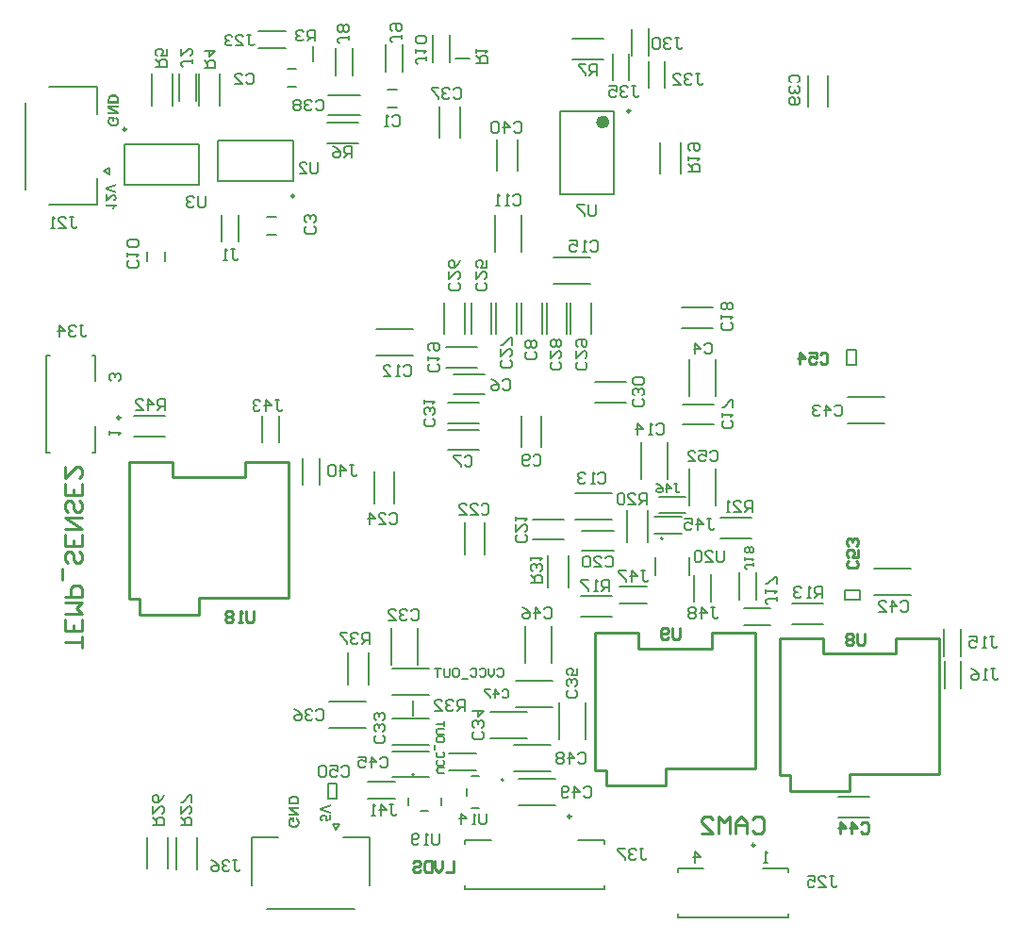
<source format=gbo>
G04*
G04 #@! TF.GenerationSoftware,Altium Limited,Altium Designer,21.1.1 (26)*
G04*
G04 Layer_Color=32896*
%FSLAX44Y44*%
%MOMM*%
G71*
G04*
G04 #@! TF.SameCoordinates,DA55104B-334F-46BF-AAC2-A5A3D9E97D21*
G04*
G04*
G04 #@! TF.FilePolarity,Positive*
G04*
G01*
G75*
%ADD10C,0.2500*%
%ADD11C,0.6000*%
%ADD13C,0.2000*%
%ADD14C,0.2540*%
%ADD15C,0.1500*%
%ADD16C,0.1270*%
G36*
X40918Y610758D02*
X33700Y608375D01*
X40918Y605894D01*
Y603766D01*
X31163Y607262D01*
Y609390D01*
X40918Y612858D01*
Y610758D01*
D02*
G37*
G36*
X38451Y603061D02*
X38662Y603033D01*
X38860Y603004D01*
X39043Y602948D01*
X39367Y602807D01*
X39649Y602666D01*
X39776Y602581D01*
X39875Y602511D01*
X39973Y602441D01*
X40044Y602370D01*
X40100Y602314D01*
X40157Y602285D01*
X40171Y602257D01*
X40185Y602243D01*
X40326Y602088D01*
X40453Y601905D01*
X40551Y601736D01*
X40636Y601538D01*
X40777Y601172D01*
X40876Y600805D01*
X40904Y600636D01*
X40932Y600481D01*
X40946Y600340D01*
X40960Y600213D01*
X40974Y600115D01*
Y599974D01*
X40960Y599734D01*
X40946Y599508D01*
X40876Y599071D01*
X40763Y598705D01*
X40707Y598536D01*
X40636Y598381D01*
X40580Y598240D01*
X40509Y598127D01*
X40453Y598014D01*
X40410Y597929D01*
X40354Y597859D01*
X40326Y597817D01*
X40312Y597789D01*
X40298Y597774D01*
X40157Y597619D01*
X40016Y597478D01*
X39847Y597351D01*
X39663Y597239D01*
X39297Y597070D01*
X38944Y596929D01*
X38761Y596886D01*
X38606Y596844D01*
X38465Y596802D01*
X38338Y596788D01*
X38225Y596759D01*
X38155D01*
X38099Y596745D01*
X38084D01*
X37901Y598606D01*
X38183Y598634D01*
X38423Y598691D01*
X38634Y598747D01*
X38789Y598818D01*
X38916Y598874D01*
X39001Y598930D01*
X39057Y598973D01*
X39071Y598987D01*
X39184Y599128D01*
X39269Y599283D01*
X39339Y599438D01*
X39381Y599593D01*
X39410Y599720D01*
X39424Y599833D01*
Y599931D01*
X39410Y600143D01*
X39367Y600326D01*
X39311Y600481D01*
X39255Y600622D01*
X39198Y600721D01*
X39142Y600805D01*
X39099Y600848D01*
X39085Y600862D01*
X38944Y600975D01*
X38789Y601059D01*
X38634Y601115D01*
X38479Y601158D01*
X38338Y601186D01*
X38211Y601200D01*
X38141D01*
X38127D01*
X38113D01*
X37901Y601186D01*
X37704Y601144D01*
X37506Y601073D01*
X37337Y601003D01*
X37182Y600932D01*
X37069Y600862D01*
X36999Y600819D01*
X36971Y600805D01*
X36886Y600749D01*
X36788Y600664D01*
X36661Y600552D01*
X36548Y600439D01*
X36280Y600185D01*
X36012Y599931D01*
X35759Y599678D01*
X35646Y599565D01*
X35561Y599452D01*
X35477Y599367D01*
X35420Y599311D01*
X35378Y599269D01*
X35364Y599255D01*
X35096Y598973D01*
X34842Y598719D01*
X34602Y598479D01*
X34391Y598268D01*
X34180Y598070D01*
X33982Y597901D01*
X33813Y597746D01*
X33644Y597619D01*
X33503Y597507D01*
X33376Y597408D01*
X33277Y597323D01*
X33179Y597267D01*
X33122Y597211D01*
X33066Y597182D01*
X33038Y597154D01*
X33024D01*
X32699Y596971D01*
X32361Y596830D01*
X32051Y596717D01*
X31769Y596633D01*
X31515Y596576D01*
X31417Y596562D01*
X31332Y596548D01*
X31261Y596534D01*
X31205Y596520D01*
X31177D01*
X31163D01*
Y603075D01*
X32897D01*
Y599353D01*
X33080Y599466D01*
X33235Y599593D01*
X33306Y599649D01*
X33362Y599692D01*
X33390Y599720D01*
X33404Y599734D01*
X33461Y599790D01*
X33531Y599847D01*
X33686Y600016D01*
X33870Y600199D01*
X34053Y600382D01*
X34222Y600566D01*
X34363Y600721D01*
X34419Y600777D01*
X34462Y600819D01*
X34476Y600848D01*
X34490Y600862D01*
X34786Y601172D01*
X35025Y601426D01*
X35251Y601637D01*
X35420Y601806D01*
X35561Y601933D01*
X35660Y602018D01*
X35730Y602074D01*
X35744Y602088D01*
X35984Y602271D01*
X36210Y602426D01*
X36421Y602553D01*
X36604Y602652D01*
X36759Y602737D01*
X36886Y602793D01*
X36957Y602821D01*
X36985Y602835D01*
X37210Y602920D01*
X37436Y602976D01*
X37647Y603018D01*
X37845Y603047D01*
X38000Y603061D01*
X38127Y603075D01*
X38211D01*
X38240D01*
X38451Y603061D01*
D02*
G37*
G36*
X40974Y592432D02*
X40650Y592291D01*
X40354Y592108D01*
X40072Y591910D01*
X39847Y591713D01*
X39663Y591544D01*
X39522Y591389D01*
X39466Y591332D01*
X39424Y591290D01*
X39410Y591262D01*
X39395Y591247D01*
X39170Y590937D01*
X38973Y590641D01*
X38818Y590373D01*
X38705Y590134D01*
X38620Y589936D01*
X38550Y589795D01*
X38536Y589739D01*
X38521Y589697D01*
X38507Y589683D01*
Y589669D01*
X36816D01*
X37013Y590176D01*
X37225Y590627D01*
X37337Y590839D01*
X37464Y591036D01*
X37577Y591219D01*
X37690Y591389D01*
X37803Y591544D01*
X37901Y591684D01*
X37986Y591797D01*
X38070Y591896D01*
X38141Y591981D01*
X38183Y592037D01*
X38211Y592065D01*
X38225Y592079D01*
X31163D01*
Y593954D01*
X40974D01*
Y592432D01*
D02*
G37*
G36*
X38575Y692715D02*
X39012Y692673D01*
X39224Y692659D01*
X39407Y692631D01*
X39590Y692603D01*
X39745Y692574D01*
X39886Y692532D01*
X40013Y692504D01*
X40126Y692476D01*
X40210Y692462D01*
X40281Y692433D01*
X40337Y692419D01*
X40366Y692405D01*
X40380D01*
X40718Y692278D01*
X41028Y692123D01*
X41296Y691968D01*
X41522Y691813D01*
X41705Y691686D01*
X41846Y691573D01*
X41930Y691503D01*
X41958Y691489D01*
Y691475D01*
X42184Y691235D01*
X42367Y690995D01*
X42522Y690742D01*
X42649Y690516D01*
X42748Y690319D01*
X42818Y690150D01*
X42832Y690093D01*
X42847Y690051D01*
X42861Y690023D01*
Y690009D01*
X42931Y689741D01*
X42973Y689445D01*
X43016Y689135D01*
X43030Y688839D01*
X43044Y688571D01*
X43058Y688458D01*
Y684567D01*
X33303D01*
Y688261D01*
X33317Y688641D01*
X33331Y688994D01*
X33359Y689290D01*
X33402Y689529D01*
X33444Y689727D01*
X33472Y689882D01*
X33486Y689924D01*
Y689966D01*
X33500Y689980D01*
Y689995D01*
X33613Y690305D01*
X33740Y690587D01*
X33867Y690812D01*
X33994Y691010D01*
X34106Y691165D01*
X34191Y691277D01*
X34247Y691348D01*
X34276Y691376D01*
X34543Y691616D01*
X34825Y691827D01*
X35121Y692010D01*
X35389Y692151D01*
X35643Y692264D01*
X35742Y692321D01*
X35826Y692349D01*
X35911Y692377D01*
X35967Y692405D01*
X35995Y692419D01*
X36010D01*
X36348Y692518D01*
X36700Y692603D01*
X37039Y692659D01*
X37363Y692687D01*
X37518Y692701D01*
X37659Y692715D01*
X37772D01*
X37884Y692729D01*
X37969D01*
X38025D01*
X38068D01*
X38082D01*
X38575Y692715D01*
D02*
G37*
G36*
X43058Y680662D02*
X36489D01*
X43058Y676631D01*
Y674728D01*
X33303D01*
Y676546D01*
X39731D01*
X33303Y680507D01*
Y682481D01*
X43058D01*
Y680662D01*
D02*
G37*
G36*
X38533Y668652D02*
X36883D01*
Y670907D01*
X35629D01*
X35502Y670738D01*
X35389Y670555D01*
X35291Y670372D01*
X35206Y670202D01*
X35136Y670061D01*
X35079Y669935D01*
X35051Y669864D01*
X35037Y669850D01*
Y669836D01*
X34952Y669610D01*
X34896Y669385D01*
X34854Y669173D01*
X34825Y668990D01*
X34811Y668821D01*
X34797Y668708D01*
Y668595D01*
X34811Y668370D01*
X34839Y668144D01*
X34882Y667947D01*
X34938Y667750D01*
X35079Y667397D01*
X35150Y667256D01*
X35234Y667115D01*
X35319Y666988D01*
X35389Y666876D01*
X35474Y666791D01*
X35530Y666706D01*
X35587Y666650D01*
X35629Y666608D01*
X35657Y666580D01*
X35671Y666565D01*
X35840Y666439D01*
X36038Y666312D01*
X36235Y666213D01*
X36446Y666128D01*
X36883Y665987D01*
X37306Y665903D01*
X37504Y665875D01*
X37701Y665846D01*
X37856Y665832D01*
X38011Y665818D01*
X38124Y665804D01*
X38223D01*
X38279D01*
X38293D01*
X38589Y665818D01*
X38857Y665832D01*
X39125Y665875D01*
X39365Y665917D01*
X39576Y665973D01*
X39773Y666044D01*
X39957Y666114D01*
X40126Y666185D01*
X40267Y666241D01*
X40394Y666312D01*
X40492Y666382D01*
X40577Y666439D01*
X40647Y666481D01*
X40690Y666523D01*
X40718Y666537D01*
X40732Y666551D01*
X40873Y666706D01*
X41014Y666861D01*
X41113Y667031D01*
X41211Y667200D01*
X41296Y667369D01*
X41366Y667538D01*
X41465Y667862D01*
X41493Y668017D01*
X41522Y668158D01*
X41536Y668285D01*
X41550Y668398D01*
X41564Y668483D01*
Y668609D01*
X41550Y668920D01*
X41493Y669187D01*
X41437Y669427D01*
X41352Y669639D01*
X41282Y669794D01*
X41211Y669921D01*
X41155Y669991D01*
X41141Y670019D01*
X40972Y670217D01*
X40788Y670386D01*
X40605Y670527D01*
X40422Y670625D01*
X40253Y670710D01*
X40126Y670766D01*
X40041Y670795D01*
X40027Y670809D01*
X40013D01*
X40380Y672768D01*
X40619Y672712D01*
X40859Y672627D01*
X41070Y672542D01*
X41268Y672430D01*
X41465Y672331D01*
X41634Y672218D01*
X41789Y672105D01*
X41930Y671993D01*
X42057Y671880D01*
X42170Y671781D01*
X42269Y671697D01*
X42339Y671612D01*
X42396Y671542D01*
X42452Y671485D01*
X42466Y671457D01*
X42480Y671443D01*
X42621Y671246D01*
X42734Y671034D01*
X42832Y670809D01*
X42917Y670569D01*
X43058Y670104D01*
X43143Y669653D01*
X43185Y669441D01*
X43199Y669244D01*
X43213Y669061D01*
X43227Y668905D01*
X43241Y668779D01*
Y668609D01*
X43227Y668102D01*
X43171Y667651D01*
X43128Y667454D01*
X43086Y667256D01*
X43044Y667073D01*
X43002Y666918D01*
X42945Y666777D01*
X42903Y666636D01*
X42861Y666537D01*
X42832Y666439D01*
X42790Y666368D01*
X42776Y666312D01*
X42748Y666283D01*
Y666269D01*
X42494Y665832D01*
X42339Y665649D01*
X42198Y665466D01*
X42043Y665297D01*
X41888Y665142D01*
X41733Y665001D01*
X41592Y664874D01*
X41451Y664775D01*
X41324Y664676D01*
X41211Y664592D01*
X41113Y664521D01*
X41028Y664479D01*
X40972Y664437D01*
X40929Y664423D01*
X40915Y664409D01*
X40690Y664296D01*
X40464Y664197D01*
X39999Y664042D01*
X39534Y663929D01*
X39125Y663859D01*
X38928Y663831D01*
X38758Y663802D01*
X38603Y663788D01*
X38462D01*
X38364Y663774D01*
X38279D01*
X38223D01*
X38209D01*
X37687Y663802D01*
X37208Y663859D01*
X36771Y663958D01*
X36559Y664000D01*
X36376Y664056D01*
X36207Y664112D01*
X36052Y664155D01*
X35925Y664211D01*
X35812Y664253D01*
X35728Y664282D01*
X35657Y664310D01*
X35615Y664338D01*
X35601D01*
X35178Y664578D01*
X34811Y664846D01*
X34487Y665127D01*
X34233Y665409D01*
X34121Y665536D01*
X34022Y665663D01*
X33937Y665762D01*
X33881Y665861D01*
X33825Y665931D01*
X33782Y666002D01*
X33768Y666030D01*
X33754Y666044D01*
X33641Y666269D01*
X33543Y666481D01*
X33387Y666946D01*
X33275Y667397D01*
X33204Y667806D01*
X33176Y668003D01*
X33148Y668173D01*
X33134Y668327D01*
Y668468D01*
X33120Y668567D01*
Y668722D01*
X33134Y669173D01*
X33190Y669596D01*
X33261Y670005D01*
X33345Y670358D01*
X33387Y670513D01*
X33430Y670654D01*
X33472Y670780D01*
X33500Y670893D01*
X33528Y670978D01*
X33557Y671034D01*
X33571Y671077D01*
Y671091D01*
X33740Y671514D01*
X33923Y671866D01*
X34106Y672176D01*
X34262Y672444D01*
X34402Y672641D01*
X34459Y672712D01*
X34515Y672782D01*
X34557Y672824D01*
X34586Y672867D01*
X34614Y672895D01*
X38533D01*
Y668652D01*
D02*
G37*
G36*
X200618Y63092D02*
X201055Y63049D01*
X201266Y63035D01*
X201450Y63007D01*
X201633Y62979D01*
X201788Y62951D01*
X201929Y62908D01*
X202056Y62880D01*
X202169Y62852D01*
X202253Y62838D01*
X202324Y62810D01*
X202380Y62795D01*
X202408Y62781D01*
X202423D01*
X202761Y62655D01*
X203071Y62499D01*
X203339Y62344D01*
X203564Y62189D01*
X203748Y62062D01*
X203888Y61950D01*
X203973Y61879D01*
X204001Y61865D01*
Y61851D01*
X204227Y61611D01*
X204410Y61372D01*
X204565Y61118D01*
X204692Y60892D01*
X204791Y60695D01*
X204861Y60526D01*
X204875Y60469D01*
X204889Y60427D01*
X204904Y60399D01*
Y60385D01*
X204974Y60117D01*
X205016Y59821D01*
X205059Y59511D01*
X205073Y59215D01*
X205087Y58947D01*
X205101Y58834D01*
Y54943D01*
X195346D01*
Y58637D01*
X195360Y59017D01*
X195374Y59370D01*
X195402Y59666D01*
X195444Y59906D01*
X195487Y60103D01*
X195515Y60258D01*
X195529Y60300D01*
Y60343D01*
X195543Y60357D01*
Y60371D01*
X195656Y60681D01*
X195783Y60963D01*
X195910Y61188D01*
X196036Y61386D01*
X196149Y61541D01*
X196234Y61654D01*
X196290Y61724D01*
X196318Y61752D01*
X196586Y61992D01*
X196868Y62203D01*
X197164Y62387D01*
X197432Y62528D01*
X197686Y62640D01*
X197785Y62697D01*
X197869Y62725D01*
X197954Y62753D01*
X198010Y62781D01*
X198038Y62795D01*
X198052D01*
X198391Y62894D01*
X198743Y62979D01*
X199081Y63035D01*
X199406Y63063D01*
X199561Y63077D01*
X199702Y63092D01*
X199814D01*
X199927Y63106D01*
X200012D01*
X200068D01*
X200110D01*
X200125D01*
X200618Y63092D01*
D02*
G37*
G36*
X205101Y51038D02*
X198532D01*
X205101Y47007D01*
Y45104D01*
X195346D01*
Y46922D01*
X201774D01*
X195346Y50883D01*
Y52857D01*
X205101D01*
Y51038D01*
D02*
G37*
G36*
X200576Y39028D02*
X198926D01*
Y41283D01*
X197672D01*
X197545Y41114D01*
X197432Y40931D01*
X197333Y40748D01*
X197249Y40579D01*
X197178Y40438D01*
X197122Y40311D01*
X197094Y40240D01*
X197080Y40226D01*
Y40212D01*
X196995Y39987D01*
X196939Y39761D01*
X196896Y39550D01*
X196868Y39366D01*
X196854Y39197D01*
X196840Y39084D01*
Y38972D01*
X196854Y38746D01*
X196882Y38520D01*
X196925Y38323D01*
X196981Y38126D01*
X197122Y37773D01*
X197192Y37632D01*
X197277Y37491D01*
X197362Y37364D01*
X197432Y37252D01*
X197517Y37167D01*
X197573Y37083D01*
X197630Y37026D01*
X197672Y36984D01*
X197700Y36956D01*
X197714Y36941D01*
X197883Y36815D01*
X198081Y36688D01*
X198278Y36589D01*
X198489Y36504D01*
X198926Y36364D01*
X199349Y36279D01*
X199547Y36251D01*
X199744Y36223D01*
X199899Y36209D01*
X200054Y36194D01*
X200167Y36180D01*
X200266D01*
X200322D01*
X200336D01*
X200632Y36194D01*
X200900Y36209D01*
X201168Y36251D01*
X201408Y36293D01*
X201619Y36349D01*
X201816Y36420D01*
X201999Y36490D01*
X202169Y36561D01*
X202310Y36617D01*
X202437Y36688D01*
X202535Y36758D01*
X202620Y36815D01*
X202690Y36857D01*
X202733Y36899D01*
X202761Y36913D01*
X202775Y36927D01*
X202916Y37083D01*
X203057Y37238D01*
X203155Y37407D01*
X203254Y37576D01*
X203339Y37745D01*
X203409Y37914D01*
X203508Y38238D01*
X203536Y38393D01*
X203564Y38535D01*
X203578Y38661D01*
X203592Y38774D01*
X203607Y38859D01*
Y38986D01*
X203592Y39296D01*
X203536Y39564D01*
X203480Y39803D01*
X203395Y40015D01*
X203325Y40170D01*
X203254Y40297D01*
X203198Y40367D01*
X203184Y40395D01*
X203015Y40593D01*
X202831Y40762D01*
X202648Y40903D01*
X202465Y41002D01*
X202296Y41086D01*
X202169Y41142D01*
X202084Y41171D01*
X202070Y41185D01*
X202056D01*
X202423Y43144D01*
X202662Y43088D01*
X202902Y43003D01*
X203113Y42919D01*
X203311Y42806D01*
X203508Y42707D01*
X203677Y42594D01*
X203832Y42482D01*
X203973Y42369D01*
X204100Y42256D01*
X204213Y42157D01*
X204312Y42073D01*
X204382Y41988D01*
X204438Y41918D01*
X204495Y41861D01*
X204509Y41833D01*
X204523Y41819D01*
X204664Y41622D01*
X204777Y41410D01*
X204875Y41185D01*
X204960Y40945D01*
X205101Y40480D01*
X205186Y40029D01*
X205228Y39817D01*
X205242Y39620D01*
X205256Y39437D01*
X205270Y39282D01*
X205284Y39155D01*
Y38986D01*
X205270Y38478D01*
X205214Y38027D01*
X205171Y37830D01*
X205129Y37632D01*
X205087Y37449D01*
X205044Y37294D01*
X204988Y37153D01*
X204946Y37012D01*
X204904Y36913D01*
X204875Y36815D01*
X204833Y36744D01*
X204819Y36688D01*
X204791Y36660D01*
Y36646D01*
X204537Y36209D01*
X204382Y36025D01*
X204241Y35842D01*
X204086Y35673D01*
X203931Y35518D01*
X203776Y35377D01*
X203635Y35250D01*
X203494Y35151D01*
X203367Y35052D01*
X203254Y34968D01*
X203155Y34897D01*
X203071Y34855D01*
X203015Y34813D01*
X202972Y34799D01*
X202958Y34785D01*
X202733Y34672D01*
X202507Y34573D01*
X202042Y34418D01*
X201577Y34305D01*
X201168Y34235D01*
X200970Y34207D01*
X200801Y34179D01*
X200646Y34164D01*
X200505D01*
X200407Y34150D01*
X200322D01*
X200266D01*
X200252D01*
X199730Y34179D01*
X199251Y34235D01*
X198814Y34334D01*
X198602Y34376D01*
X198419Y34432D01*
X198250Y34489D01*
X198095Y34531D01*
X197968Y34587D01*
X197855Y34630D01*
X197770Y34658D01*
X197700Y34686D01*
X197658Y34714D01*
X197644D01*
X197221Y34954D01*
X196854Y35222D01*
X196530Y35504D01*
X196276Y35786D01*
X196163Y35912D01*
X196065Y36039D01*
X195980Y36138D01*
X195924Y36237D01*
X195867Y36307D01*
X195825Y36378D01*
X195811Y36406D01*
X195797Y36420D01*
X195684Y36646D01*
X195585Y36857D01*
X195430Y37322D01*
X195318Y37773D01*
X195247Y38182D01*
X195219Y38379D01*
X195191Y38549D01*
X195177Y38704D01*
Y38845D01*
X195163Y38943D01*
Y39098D01*
X195177Y39550D01*
X195233Y39972D01*
X195303Y40381D01*
X195388Y40734D01*
X195430Y40889D01*
X195473Y41030D01*
X195515Y41157D01*
X195543Y41269D01*
X195571Y41354D01*
X195599Y41410D01*
X195614Y41453D01*
Y41467D01*
X195783Y41890D01*
X195966Y42242D01*
X196149Y42552D01*
X196304Y42820D01*
X196445Y43017D01*
X196502Y43088D01*
X196558Y43158D01*
X196600Y43201D01*
X196629Y43243D01*
X196657Y43271D01*
X200576D01*
Y39028D01*
D02*
G37*
G36*
X233477Y53569D02*
X226260Y51187D01*
X233477Y48706D01*
Y46577D01*
X223722Y50073D01*
Y52202D01*
X233477Y55669D01*
Y53569D01*
D02*
G37*
G36*
X227261Y46154D02*
X227514Y46126D01*
X227754Y46083D01*
X227980Y46027D01*
X228177Y45971D01*
X228374Y45886D01*
X228558Y45816D01*
X228713Y45731D01*
X228854Y45647D01*
X228981Y45576D01*
X229093Y45491D01*
X229178Y45435D01*
X229248Y45379D01*
X229305Y45336D01*
X229333Y45308D01*
X229347Y45294D01*
X229502Y45125D01*
X229643Y44956D01*
X229770Y44773D01*
X229883Y44589D01*
X229967Y44420D01*
X230038Y44237D01*
X230151Y43913D01*
X230193Y43758D01*
X230221Y43616D01*
X230235Y43490D01*
X230249Y43391D01*
X230263Y43306D01*
Y43179D01*
X230249Y42940D01*
X230207Y42700D01*
X230165Y42489D01*
X230108Y42291D01*
X230038Y42136D01*
X229995Y42009D01*
X229953Y41925D01*
X229939Y41911D01*
Y41897D01*
X231602Y42193D01*
Y45731D01*
X233351D01*
Y40783D01*
X228262Y39824D01*
X228050Y41333D01*
X228177Y41460D01*
X228290Y41586D01*
X228388Y41713D01*
X228473Y41840D01*
X228600Y42080D01*
X228684Y42305D01*
X228727Y42503D01*
X228755Y42644D01*
X228769Y42700D01*
Y42785D01*
X228755Y43010D01*
X228699Y43222D01*
X228628Y43405D01*
X228543Y43560D01*
X228445Y43673D01*
X228374Y43772D01*
X228318Y43828D01*
X228304Y43842D01*
X228120Y43983D01*
X227909Y44082D01*
X227684Y44152D01*
X227458Y44194D01*
X227261Y44237D01*
X227106Y44251D01*
X227035D01*
X226993D01*
X226965D01*
X226950D01*
X226612Y44237D01*
X226316Y44194D01*
X226077Y44124D01*
X225879Y44054D01*
X225710Y43969D01*
X225597Y43913D01*
X225541Y43856D01*
X225513Y43842D01*
X225357Y43687D01*
X225231Y43518D01*
X225146Y43349D01*
X225090Y43194D01*
X225061Y43053D01*
X225047Y42940D01*
X225033Y42869D01*
Y42841D01*
X225047Y42658D01*
X225090Y42475D01*
X225146Y42320D01*
X225217Y42193D01*
X225287Y42080D01*
X225343Y41995D01*
X225386Y41939D01*
X225400Y41925D01*
X225555Y41798D01*
X225710Y41685D01*
X225879Y41601D01*
X226034Y41544D01*
X226175Y41502D01*
X226302Y41474D01*
X226373Y41460D01*
X226401D01*
X226203Y39599D01*
X225978Y39641D01*
X225766Y39683D01*
X225386Y39824D01*
X225047Y39980D01*
X224906Y40064D01*
X224765Y40163D01*
X224653Y40247D01*
X224554Y40318D01*
X224469Y40402D01*
X224385Y40459D01*
X224328Y40515D01*
X224286Y40557D01*
X224272Y40586D01*
X224258Y40600D01*
X224131Y40769D01*
X224018Y40938D01*
X223920Y41121D01*
X223849Y41305D01*
X223708Y41685D01*
X223624Y42024D01*
X223595Y42193D01*
X223581Y42334D01*
X223567Y42475D01*
X223553Y42587D01*
X223539Y42686D01*
Y42813D01*
X223553Y43123D01*
X223595Y43419D01*
X223652Y43687D01*
X223736Y43941D01*
X223835Y44180D01*
X223948Y44392D01*
X224061Y44589D01*
X224188Y44773D01*
X224300Y44928D01*
X224413Y45068D01*
X224526Y45195D01*
X224625Y45294D01*
X224709Y45364D01*
X224765Y45421D01*
X224808Y45449D01*
X224822Y45463D01*
X225005Y45590D01*
X225188Y45703D01*
X225372Y45787D01*
X225569Y45872D01*
X225935Y45999D01*
X226274Y46083D01*
X226415Y46112D01*
X226556Y46126D01*
X226683Y46154D01*
X226795D01*
X226880Y46168D01*
X226936D01*
X226979D01*
X226993D01*
X227261Y46154D01*
D02*
G37*
%LPC*%
G36*
X38448Y690699D02*
X38350D01*
X38279D01*
X38223D01*
X38180D01*
X38166D01*
X37772Y690685D01*
X37405Y690671D01*
X37109Y690629D01*
X36855Y690601D01*
X36644Y690558D01*
X36559Y690544D01*
X36503Y690516D01*
X36446Y690502D01*
X36404D01*
X36390Y690488D01*
X36376D01*
X36151Y690403D01*
X35953Y690333D01*
X35798Y690234D01*
X35671Y690164D01*
X35573Y690093D01*
X35502Y690037D01*
X35460Y689995D01*
X35446Y689980D01*
X35347Y689854D01*
X35262Y689727D01*
X35192Y689600D01*
X35136Y689473D01*
X35093Y689360D01*
X35065Y689276D01*
X35037Y689219D01*
Y689191D01*
X35009Y689036D01*
X34994Y688853D01*
X34966Y688655D01*
Y688458D01*
X34952Y688275D01*
Y686541D01*
X41409D01*
Y687824D01*
X41395Y688007D01*
Y688176D01*
X41381Y688317D01*
Y688444D01*
X41366Y688571D01*
Y688670D01*
X41338Y688825D01*
X41324Y688937D01*
X41310Y689008D01*
Y689022D01*
X41254Y689219D01*
X41183Y689389D01*
X41113Y689544D01*
X41028Y689685D01*
X40958Y689783D01*
X40901Y689868D01*
X40859Y689910D01*
X40845Y689924D01*
X40704Y690051D01*
X40549Y690164D01*
X40394Y690263D01*
X40253Y690347D01*
X40112Y690403D01*
X39999Y690446D01*
X39929Y690474D01*
X39914Y690488D01*
X39900D01*
X39647Y690558D01*
X39379Y690615D01*
X39083Y690643D01*
X38801Y690671D01*
X38561Y690685D01*
X38448Y690699D01*
D02*
G37*
G36*
X200491Y61076D02*
X200392D01*
X200322D01*
X200266D01*
X200223D01*
X200209D01*
X199814Y61062D01*
X199448Y61047D01*
X199152Y61005D01*
X198898Y60977D01*
X198687Y60935D01*
X198602Y60921D01*
X198546Y60892D01*
X198489Y60878D01*
X198447D01*
X198433Y60864D01*
X198419D01*
X198193Y60780D01*
X197996Y60709D01*
X197841Y60610D01*
X197714Y60540D01*
X197615Y60469D01*
X197545Y60413D01*
X197503Y60371D01*
X197488Y60357D01*
X197390Y60230D01*
X197305Y60103D01*
X197235Y59976D01*
X197178Y59849D01*
X197136Y59736D01*
X197108Y59652D01*
X197080Y59595D01*
Y59567D01*
X197052Y59412D01*
X197037Y59229D01*
X197009Y59032D01*
Y58834D01*
X196995Y58651D01*
Y56917D01*
X203451D01*
Y58200D01*
X203437Y58383D01*
Y58552D01*
X203423Y58693D01*
Y58820D01*
X203409Y58947D01*
Y59046D01*
X203381Y59201D01*
X203367Y59314D01*
X203353Y59384D01*
Y59398D01*
X203297Y59595D01*
X203226Y59765D01*
X203155Y59920D01*
X203071Y60061D01*
X203000Y60159D01*
X202944Y60244D01*
X202902Y60286D01*
X202888Y60300D01*
X202747Y60427D01*
X202592Y60540D01*
X202437Y60639D01*
X202296Y60723D01*
X202155Y60780D01*
X202042Y60822D01*
X201971Y60850D01*
X201957Y60864D01*
X201943D01*
X201689Y60935D01*
X201422Y60991D01*
X201126Y61019D01*
X200844Y61047D01*
X200604Y61062D01*
X200491Y61076D01*
D02*
G37*
%LPD*%
D10*
X448931Y44358D02*
G03*
X448931Y44358I-1250J0D01*
G01*
X614038Y18704D02*
G03*
X614038Y18704I-1250J0D01*
G01*
X49481Y661540D02*
G03*
X49481Y661540I-1250J0D01*
G01*
X200612Y601560D02*
G03*
X200612Y601560I-1250J0D01*
G01*
X502050Y677922D02*
G03*
X502050Y677922I-1250J0D01*
G01*
X44210Y402440D02*
G03*
X44210Y402440I-1250J0D01*
G01*
D11*
X480550Y667922D02*
G03*
X480550Y667922I-3000J0D01*
G01*
D13*
X388450Y77151D02*
G03*
X388450Y77151I-1000J0D01*
G01*
X308254Y81800D02*
G03*
X308254Y81800I-1000J0D01*
G01*
X531504Y293834D02*
G03*
X531504Y293834I-1000J0D01*
G01*
X689265Y61702D02*
X717387D01*
X689265Y43581D02*
X717387D01*
X647704Y217358D02*
X675786D01*
X647704Y235940D02*
X675786D01*
X56571Y404349D02*
X84653D01*
X56571Y385767D02*
X84653D01*
X583208Y294440D02*
X611291D01*
X583208Y313022D02*
X611291D01*
X455306Y23358D02*
X478806D01*
X353806D02*
X377306D01*
X353806Y-20642D02*
Y-17392D01*
Y20108D02*
Y23358D01*
Y-20642D02*
X478806D01*
Y-17392D01*
Y20108D02*
Y23358D01*
X621037Y-2296D02*
X644287D01*
X544787D02*
X568037D01*
X544787Y-46296D02*
Y-43046D01*
Y-5546D02*
Y-2296D01*
Y-46296D02*
X644287D01*
Y-43046D01*
Y-5546D02*
Y-2296D01*
X48231Y648290D02*
X115231D01*
X48231Y611290D02*
X115231D01*
X48231D02*
Y648290D01*
X115231Y611290D02*
Y648290D01*
X132362Y614810D02*
X199362D01*
X132362Y651810D02*
X199362D01*
Y614810D02*
Y651810D01*
X132362Y614810D02*
Y651810D01*
X439550Y602922D02*
X487550D01*
X439550Y677922D02*
X487550D01*
X439550Y602922D02*
Y677922D01*
X487550Y602922D02*
Y677922D01*
X284626Y680756D02*
X292626D01*
X284626Y696756D02*
X292626D01*
X176340Y566890D02*
X184340D01*
X176340Y582890D02*
X184340D01*
X68506Y543178D02*
Y551178D01*
X84506Y543178D02*
Y551178D01*
X194244Y715391D02*
X202244D01*
X194244Y699391D02*
X202244D01*
X555655Y421707D02*
Y454769D01*
X579217Y421707D02*
Y454769D01*
X404465Y551760D02*
Y584822D01*
X380903Y551760D02*
Y584822D01*
X274553Y458461D02*
X307615D01*
X274553Y482023D02*
X307615D01*
X452709Y310882D02*
X485771D01*
X452709Y334444D02*
X485771D01*
X511967Y347534D02*
Y380596D01*
X535529Y347534D02*
Y380596D01*
X433393Y546684D02*
X466455D01*
X433393Y523121D02*
X466455D01*
X311247Y180661D02*
Y213723D01*
X287685Y180661D02*
Y213723D01*
X288724Y132011D02*
X321786D01*
X288724Y108449D02*
X321786D01*
X376407Y138361D02*
X409469D01*
X376407Y114799D02*
X409469D01*
X438561Y113864D02*
Y146926D01*
X462123Y113864D02*
Y146926D01*
X232130Y147759D02*
X265192D01*
X232130Y124197D02*
X265192D01*
X721085Y267139D02*
X754147D01*
X721085Y243577D02*
X754147D01*
X697458Y420809D02*
X730520D01*
X697458Y397247D02*
X730520D01*
X288777Y177477D02*
X321839D01*
X288777Y153915D02*
X321839D01*
X288724Y79493D02*
X321786D01*
X288724Y103055D02*
X321786D01*
X407827Y182190D02*
Y215252D01*
X431389Y182190D02*
Y215252D01*
X399262Y166047D02*
X432324D01*
X399262Y142485D02*
X432324D01*
X397992Y85081D02*
X431054D01*
X397992Y108643D02*
X431054D01*
X402343Y78432D02*
X435406D01*
X402343Y54870D02*
X435406D01*
X555655Y323663D02*
Y356725D01*
X579217Y323663D02*
Y356725D01*
X87015Y-2386D02*
Y25696D01*
X68433Y-2386D02*
Y25696D01*
X112923Y-2777D02*
Y25305D01*
X94341Y-2777D02*
Y25305D01*
X428351Y250373D02*
Y278455D01*
X446933Y250373D02*
Y278455D01*
X267151Y163248D02*
Y191330D01*
X248569Y163248D02*
Y191330D01*
X114915Y683023D02*
Y711105D01*
X133497Y683023D02*
Y711105D01*
X72497Y683023D02*
Y711105D01*
X91079Y683023D02*
Y711105D01*
X229799Y667491D02*
X257881D01*
X229799Y648909D02*
X257881D01*
X450134Y724095D02*
X478216D01*
X450134Y742677D02*
X478216D01*
X529443Y621926D02*
Y650008D01*
X548025Y621926D02*
Y650008D01*
X457673Y242043D02*
X485755D01*
X457673Y223461D02*
X485755D01*
X499629Y291101D02*
Y319183D01*
X518211Y291101D02*
Y319183D01*
X343825Y441711D02*
X371947D01*
X343825Y423589D02*
X371947D01*
X338126Y391673D02*
X366248D01*
X338126Y373551D02*
X366248D01*
X422827Y477882D02*
Y506004D01*
X404705Y477882D02*
Y506004D01*
X404197Y376171D02*
Y404293D01*
X422319Y376171D02*
Y404293D01*
X549565Y414279D02*
X577687D01*
X549565Y396157D02*
X577687D01*
X548406Y501147D02*
X576528D01*
X548406Y483025D02*
X576528D01*
X336713Y465841D02*
X364835D01*
X336713Y447719D02*
X364835D01*
X459141Y301249D02*
X487263D01*
X459141Y283127D02*
X487263D01*
X414437Y311155D02*
X442559D01*
X414437Y293033D02*
X442559D01*
X371519Y280048D02*
Y308170D01*
X353397Y280048D02*
Y308170D01*
X290493Y325768D02*
Y353890D01*
X272371Y325768D02*
Y353890D01*
X377869Y477882D02*
Y506004D01*
X359747Y477882D02*
Y506004D01*
X353485Y477882D02*
Y506004D01*
X335363Y477882D02*
Y506004D01*
X400221Y477882D02*
Y506004D01*
X382099Y477882D02*
Y506004D01*
X445179Y477771D02*
Y505893D01*
X427057Y477771D02*
Y505893D01*
X467023Y477517D02*
Y505639D01*
X448901Y477517D02*
Y505639D01*
X470317Y416223D02*
X498439D01*
X470317Y434345D02*
X498439D01*
X338126Y415803D02*
X366248D01*
X338126Y397681D02*
X366248D01*
X349167Y653558D02*
Y681680D01*
X331045Y653558D02*
Y681680D01*
X231414Y674033D02*
X259536D01*
X231414Y692155D02*
X259536D01*
X679875Y681479D02*
Y709601D01*
X661753Y681479D02*
Y709601D01*
X382861Y624075D02*
Y652197D01*
X400983Y624075D02*
Y652197D01*
X307152Y135216D02*
Y148717D01*
X344932Y725122D02*
X358433D01*
X217288Y722933D02*
Y736434D01*
X695154Y239387D02*
X708655D01*
X695154D02*
Y247516D01*
X708655D01*
Y239387D02*
Y247516D01*
X230886Y60392D02*
X239014D01*
Y73892D01*
X230886D02*
X239014D01*
X230886Y60392D02*
Y73892D01*
X696722Y449520D02*
X704850D01*
Y463020D01*
X696722D02*
X704850D01*
X696722Y449520D02*
Y463020D01*
X22210Y371440D02*
Y394690D01*
Y435190D02*
Y458440D01*
X-21790D02*
X-18540D01*
X18960D02*
X22210D01*
X-21790Y371440D02*
Y458440D01*
Y371440D02*
X-18540D01*
X18960D02*
X22210D01*
X34512Y387660D02*
Y390992D01*
Y389326D01*
X44509D01*
X42843Y387660D01*
Y435920D02*
X44509Y437586D01*
Y440918D01*
X42843Y442584D01*
X41177D01*
X39510Y440918D01*
Y439252D01*
Y440918D01*
X37844Y442584D01*
X36178D01*
X34512Y440918D01*
Y437586D01*
X36178Y435920D01*
X560707Y3104D02*
Y13101D01*
X565705Y8102D01*
X559041D01*
X625888Y3104D02*
X622556D01*
X624222D01*
Y13101D01*
X625888Y11435D01*
X612068Y317645D02*
Y327641D01*
X607070D01*
X605404Y325975D01*
Y322643D01*
X607070Y320977D01*
X612068D01*
X608736D02*
X605404Y317645D01*
X595407D02*
X602072D01*
X595407Y324309D01*
Y325975D01*
X597073Y327641D01*
X600406D01*
X602072Y325975D01*
X592075Y317645D02*
X588743D01*
X590409D01*
Y327641D01*
X592075Y325975D01*
X674381Y240793D02*
Y250789D01*
X669382D01*
X667716Y249123D01*
Y245791D01*
X669382Y244125D01*
X674381D01*
X671049D02*
X667716Y240793D01*
X664384D02*
X661052D01*
X662718D01*
Y250789D01*
X664384Y249123D01*
X656053D02*
X654387Y250789D01*
X651055D01*
X649389Y249123D01*
Y247457D01*
X651055Y245791D01*
X652721D01*
X651055D01*
X649389Y244125D01*
Y242459D01*
X651055Y240793D01*
X654387D01*
X656053Y242459D01*
X84711Y409492D02*
Y419489D01*
X79712D01*
X78046Y417823D01*
Y414491D01*
X79712Y412825D01*
X84711D01*
X81378D02*
X78046Y409492D01*
X69716D02*
Y419489D01*
X74714Y414491D01*
X68049D01*
X58053Y409492D02*
X64717D01*
X58053Y416157D01*
Y417823D01*
X59719Y419489D01*
X63051D01*
X64717Y417823D01*
X158394Y746497D02*
X161726D01*
X160060D01*
Y738166D01*
X161726Y736500D01*
X163392D01*
X165058Y738166D01*
X148397Y736500D02*
X155062D01*
X148397Y743165D01*
Y744831D01*
X150063Y746497D01*
X153395D01*
X155062Y744831D01*
X145065D02*
X143399Y746497D01*
X140066D01*
X138400Y744831D01*
Y743165D01*
X140066Y741498D01*
X141733D01*
X140066D01*
X138400Y739832D01*
Y738166D01*
X140066Y736500D01*
X143399D01*
X145065Y738166D01*
X335079Y83330D02*
X330413D01*
X328081Y85662D01*
X330413Y87995D01*
X335079D01*
X333912Y94993D02*
X335079Y93826D01*
Y91494D01*
X333912Y90327D01*
X329247D01*
X328081Y91494D01*
Y93826D01*
X329247Y94993D01*
X333912Y101990D02*
X335079Y100824D01*
Y98491D01*
X333912Y97325D01*
X329247D01*
X328081Y98491D01*
Y100824D01*
X329247Y101990D01*
X326914Y104323D02*
Y108988D01*
X335079Y114819D02*
Y112487D01*
X333912Y111321D01*
X329247D01*
X328081Y112487D01*
Y114819D01*
X329247Y115986D01*
X333912D01*
X335079Y114819D01*
Y118318D02*
X329247D01*
X328081Y119485D01*
Y121817D01*
X329247Y122984D01*
X335079D01*
Y125316D02*
Y129981D01*
Y127649D01*
X328081D01*
X586607Y283216D02*
Y274886D01*
X584941Y273220D01*
X581609D01*
X579943Y274886D01*
Y283216D01*
X569946Y273220D02*
X576610D01*
X569946Y279884D01*
Y281550D01*
X571612Y283216D01*
X574944D01*
X576610Y281550D01*
X566614D02*
X564947Y283216D01*
X561615D01*
X559949Y281550D01*
Y274886D01*
X561615Y273220D01*
X564947D01*
X566614Y274886D01*
Y281550D01*
X331012Y28962D02*
Y20632D01*
X329346Y18966D01*
X326014D01*
X324347Y20632D01*
Y28962D01*
X321015Y18966D02*
X317683D01*
X319349D01*
Y28962D01*
X321015Y27296D01*
X312684Y20632D02*
X311018Y18966D01*
X307686D01*
X306020Y20632D01*
Y27296D01*
X307686Y28962D01*
X311018D01*
X312684Y27296D01*
Y25630D01*
X311018Y23964D01*
X306020D01*
X373508Y47258D02*
Y38927D01*
X371842Y37261D01*
X368510D01*
X366844Y38927D01*
Y47258D01*
X363512Y37261D02*
X360179D01*
X361846D01*
Y47258D01*
X363512Y45592D01*
X350183Y37261D02*
Y47258D01*
X355181Y42260D01*
X348516D01*
X471532Y593899D02*
Y585568D01*
X469866Y583902D01*
X466534D01*
X464867Y585568D01*
Y593899D01*
X461535D02*
X454871D01*
Y592233D01*
X461535Y585568D01*
Y583902D01*
X517258Y324832D02*
Y334828D01*
X512260D01*
X510594Y333162D01*
Y329830D01*
X512260Y328164D01*
X517258D01*
X513926D02*
X510594Y324832D01*
X500597D02*
X507261D01*
X500597Y331496D01*
Y333162D01*
X502263Y334828D01*
X505595D01*
X507261Y333162D01*
X497265D02*
X495598Y334828D01*
X492266D01*
X490600Y333162D01*
Y326498D01*
X492266Y324832D01*
X495598D01*
X497265Y326498D01*
Y333162D01*
X482904Y247058D02*
Y257054D01*
X477906D01*
X476240Y255388D01*
Y252056D01*
X477906Y250390D01*
X482904D01*
X479572D02*
X476240Y247058D01*
X472907D02*
X469575D01*
X471241D01*
Y257054D01*
X472907Y255388D01*
X464576Y257054D02*
X457912D01*
Y255388D01*
X464576Y248724D01*
Y247058D01*
X574705Y231939D02*
X578037D01*
X576371D01*
Y223609D01*
X578037Y221943D01*
X579704D01*
X581370Y223609D01*
X566375Y221943D02*
Y231939D01*
X571373Y226941D01*
X564708D01*
X561376Y230273D02*
X559710Y231939D01*
X556378D01*
X554712Y230273D01*
Y228607D01*
X556378Y226941D01*
X554712Y225275D01*
Y223609D01*
X556378Y221943D01*
X559710D01*
X561376Y223609D01*
Y225275D01*
X559710Y226941D01*
X561376Y228607D01*
Y230273D01*
X559710Y226941D02*
X556378D01*
X512092Y265352D02*
X515424D01*
X513758D01*
Y257022D01*
X515424Y255355D01*
X517090D01*
X518756Y257022D01*
X503761Y255355D02*
Y265352D01*
X508760Y260354D01*
X502095D01*
X498763Y265352D02*
X492098D01*
Y263686D01*
X498763Y257022D01*
Y255355D01*
X541832Y343307D02*
X544498D01*
X543165D01*
Y336642D01*
X544498Y335309D01*
X545831D01*
X547164Y336642D01*
X535168Y335309D02*
Y343307D01*
X539166Y339308D01*
X533835D01*
X525837Y343307D02*
X528503Y341974D01*
X531169Y339308D01*
Y336642D01*
X529836Y335309D01*
X527170D01*
X525837Y336642D01*
Y337975D01*
X527170Y339308D01*
X531169D01*
X571127Y311487D02*
X574459D01*
X572793D01*
Y303157D01*
X574459Y301491D01*
X576125D01*
X577791Y303157D01*
X562796Y301491D02*
Y311487D01*
X567794Y306489D01*
X561130D01*
X551133Y311487D02*
X557798D01*
Y306489D01*
X554465Y308155D01*
X552799D01*
X551133Y306489D01*
Y303157D01*
X552799Y301491D01*
X556132D01*
X557798Y303157D01*
X183706Y418721D02*
X187039D01*
X185373D01*
Y410390D01*
X187039Y408724D01*
X188705D01*
X190371Y410390D01*
X175376Y408724D02*
Y418721D01*
X180374Y413723D01*
X173710D01*
X170377Y417055D02*
X168711Y418721D01*
X165379D01*
X163713Y417055D01*
Y415389D01*
X165379Y413723D01*
X167045D01*
X165379D01*
X163713Y412057D01*
Y410390D01*
X165379Y408724D01*
X168711D01*
X170377Y410390D01*
X286430Y55378D02*
X289763D01*
X288097D01*
Y47048D01*
X289763Y45382D01*
X291429D01*
X293095Y47048D01*
X278100Y45382D02*
Y55378D01*
X283098Y50380D01*
X276434D01*
X273101Y45382D02*
X269769D01*
X271435D01*
Y55378D01*
X273101Y53712D01*
X510854Y15500D02*
X514187D01*
X512521D01*
Y7170D01*
X514187Y5504D01*
X515853D01*
X517519Y7170D01*
X507522Y13834D02*
X505856Y15500D01*
X502524D01*
X500858Y13834D01*
Y12168D01*
X502524Y10502D01*
X504190D01*
X502524D01*
X500858Y8836D01*
Y7170D01*
X502524Y5504D01*
X505856D01*
X507522Y7170D01*
X497525Y15500D02*
X490861D01*
Y13834D01*
X497525Y7170D01*
Y5504D01*
X145857Y5594D02*
X149189D01*
X147523D01*
Y-2736D01*
X149189Y-4402D01*
X150855D01*
X152521Y-2736D01*
X142524Y3928D02*
X140858Y5594D01*
X137526D01*
X135860Y3928D01*
Y2262D01*
X137526Y596D01*
X139192D01*
X137526D01*
X135860Y-1070D01*
Y-2736D01*
X137526Y-4402D01*
X140858D01*
X142524Y-2736D01*
X125863Y5594D02*
X129195Y3928D01*
X132528Y596D01*
Y-2736D01*
X130861Y-4402D01*
X127529D01*
X125863Y-2736D01*
Y-1070D01*
X127529Y596D01*
X132528D01*
X503489Y700538D02*
X506821D01*
X505155D01*
Y692208D01*
X506821Y690542D01*
X508487D01*
X510153Y692208D01*
X500156Y698872D02*
X498490Y700538D01*
X495158D01*
X493492Y698872D01*
Y697206D01*
X495158Y695540D01*
X496824D01*
X495158D01*
X493492Y693874D01*
Y692208D01*
X495158Y690542D01*
X498490D01*
X500156Y692208D01*
X483495Y700538D02*
X490159D01*
Y695540D01*
X486827Y697206D01*
X485161D01*
X483495Y695540D01*
Y692208D01*
X485161Y690542D01*
X488493D01*
X490159Y692208D01*
X561225Y711589D02*
X564558D01*
X562892D01*
Y703258D01*
X564558Y701592D01*
X566224D01*
X567890Y703258D01*
X557893Y709923D02*
X556227Y711589D01*
X552895D01*
X551229Y709923D01*
Y708256D01*
X552895Y706590D01*
X554561D01*
X552895D01*
X551229Y704924D01*
Y703258D01*
X552895Y701592D01*
X556227D01*
X557893Y703258D01*
X541232Y701592D02*
X547896D01*
X541232Y708256D01*
Y709923D01*
X542898Y711589D01*
X546230D01*
X547896Y709923D01*
X542351Y743718D02*
X545683D01*
X544017D01*
Y735388D01*
X545683Y733722D01*
X547349D01*
X549015Y735388D01*
X539018Y742052D02*
X537352Y743718D01*
X534020D01*
X532354Y742052D01*
Y740386D01*
X534020Y738720D01*
X535686D01*
X534020D01*
X532354Y737054D01*
Y735388D01*
X534020Y733722D01*
X537352D01*
X539018Y735388D01*
X529021Y742052D02*
X527355Y743718D01*
X524023D01*
X522357Y742052D01*
Y735388D01*
X524023Y733722D01*
X527355D01*
X529021Y735388D01*
Y742052D01*
X-1150Y582928D02*
X2182D01*
X516D01*
Y574597D01*
X2182Y572931D01*
X3848D01*
X5515Y574597D01*
X-11147Y572931D02*
X-4482D01*
X-11147Y579596D01*
Y581262D01*
X-9481Y582928D01*
X-6148D01*
X-4482Y581262D01*
X-14479Y572931D02*
X-17811D01*
X-16145D01*
Y582928D01*
X-14479Y581262D01*
X574101Y371492D02*
X575767Y373158D01*
X579099D01*
X580765Y371492D01*
Y364828D01*
X579099Y363162D01*
X575767D01*
X574101Y364828D01*
X564104Y373158D02*
X570768D01*
Y368160D01*
X567436Y369826D01*
X565770D01*
X564104Y368160D01*
Y364828D01*
X565770Y363162D01*
X569102D01*
X570768Y364828D01*
X554107Y363162D02*
X560772D01*
X554107Y369826D01*
Y371492D01*
X555773Y373158D01*
X559105D01*
X560772Y371492D01*
X242631Y88256D02*
X244297Y89922D01*
X247629D01*
X249295Y88256D01*
Y81592D01*
X247629Y79926D01*
X244297D01*
X242631Y81592D01*
X232634Y89922D02*
X239298D01*
Y84924D01*
X235966Y86590D01*
X234300D01*
X232634Y84924D01*
Y81592D01*
X234300Y79926D01*
X237632D01*
X239298Y81592D01*
X229301Y88256D02*
X227635Y89922D01*
X224303D01*
X222637Y88256D01*
Y81592D01*
X224303Y79926D01*
X227635D01*
X229301Y81592D01*
Y88256D01*
X460563Y69460D02*
X462229Y71126D01*
X465561D01*
X467227Y69460D01*
Y62796D01*
X465561Y61130D01*
X462229D01*
X460563Y62796D01*
X452232Y61130D02*
Y71126D01*
X457230Y66128D01*
X450566D01*
X447234Y62796D02*
X445567Y61130D01*
X442235D01*
X440569Y62796D01*
Y69460D01*
X442235Y71126D01*
X445567D01*
X447234Y69460D01*
Y67794D01*
X445567Y66128D01*
X440569D01*
X397731Y666348D02*
X399397Y668014D01*
X402729D01*
X404396Y666348D01*
Y659684D01*
X402729Y658018D01*
X399397D01*
X397731Y659684D01*
X389400Y658018D02*
Y668014D01*
X394399Y663016D01*
X387734D01*
X384402Y666348D02*
X382736Y668014D01*
X379404D01*
X377738Y666348D01*
Y659684D01*
X379404Y658018D01*
X382736D01*
X384402Y659684D01*
Y666348D01*
X7934Y485400D02*
X11267D01*
X9601D01*
Y477070D01*
X11267Y475404D01*
X12933D01*
X14599Y477070D01*
X4602Y483734D02*
X2936Y485400D01*
X-396D01*
X-2062Y483734D01*
Y482068D01*
X-396Y480402D01*
X1270D01*
X-396D01*
X-2062Y478736D01*
Y477070D01*
X-396Y475404D01*
X2936D01*
X4602Y477070D01*
X-10393Y475404D02*
Y485400D01*
X-5394Y480402D01*
X-12059D01*
X455737Y100448D02*
X457403Y102114D01*
X460735D01*
X462401Y100448D01*
Y93784D01*
X460735Y92118D01*
X457403D01*
X455737Y93784D01*
X447406Y92118D02*
Y102114D01*
X452404Y97116D01*
X445740D01*
X442407Y100448D02*
X440741Y102114D01*
X437409D01*
X435743Y100448D01*
Y98782D01*
X437409Y97116D01*
X435743Y95450D01*
Y93784D01*
X437409Y92118D01*
X440741D01*
X442407Y93784D01*
Y95450D01*
X440741Y97116D01*
X442407Y98782D01*
Y100448D01*
X440741Y97116D02*
X437409D01*
X387226Y157323D02*
X388559Y158656D01*
X391225D01*
X392558Y157323D01*
Y151992D01*
X391225Y150659D01*
X388559D01*
X387226Y151992D01*
X380562Y150659D02*
Y158656D01*
X384560Y154658D01*
X379229D01*
X376563Y158656D02*
X371231D01*
Y157323D01*
X376563Y151992D01*
Y150659D01*
X425257Y230750D02*
X426923Y232416D01*
X430255D01*
X431921Y230750D01*
Y224086D01*
X430255Y222420D01*
X426923D01*
X425257Y224086D01*
X416926Y222420D02*
Y232416D01*
X421924Y227418D01*
X415260D01*
X405263Y232416D02*
X408595Y230750D01*
X411927Y227418D01*
Y224086D01*
X410261Y222420D01*
X406929D01*
X405263Y224086D01*
Y225752D01*
X406929Y227418D01*
X411927D01*
X277936Y96384D02*
X279603Y98050D01*
X282935D01*
X284601Y96384D01*
Y89720D01*
X282935Y88054D01*
X279603D01*
X277936Y89720D01*
X269606Y88054D02*
Y98050D01*
X274604Y93052D01*
X267940D01*
X257943Y98050D02*
X264608D01*
Y93052D01*
X261275Y94718D01*
X259609D01*
X257943Y93052D01*
Y89720D01*
X259609Y88054D01*
X262941D01*
X264608Y89720D01*
X382950Y176275D02*
X384283Y177607D01*
X386949D01*
X388282Y176275D01*
Y170943D01*
X386949Y169610D01*
X384283D01*
X382950Y170943D01*
X380284Y177607D02*
Y172276D01*
X377619Y169610D01*
X374953Y172276D01*
Y177607D01*
X366955Y176275D02*
X368288Y177607D01*
X370954D01*
X372287Y176275D01*
Y170943D01*
X370954Y169610D01*
X368288D01*
X366955Y170943D01*
X358958Y176275D02*
X360291Y177607D01*
X362957D01*
X364290Y176275D01*
Y170943D01*
X362957Y169610D01*
X360291D01*
X358958Y170943D01*
X356292Y168277D02*
X350961D01*
X344296Y177607D02*
X346962D01*
X348295Y176275D01*
Y170943D01*
X346962Y169610D01*
X344296D01*
X342963Y170943D01*
Y176275D01*
X344296Y177607D01*
X340297D02*
Y170943D01*
X338964Y169610D01*
X336299D01*
X334966Y170943D01*
Y177607D01*
X332300D02*
X326968D01*
X329634D01*
Y169610D01*
X250758Y360178D02*
X254091D01*
X252425D01*
Y351848D01*
X254091Y350182D01*
X255757D01*
X257423Y351848D01*
X242428Y350182D02*
Y360178D01*
X247426Y355180D01*
X240762D01*
X237430Y358512D02*
X235763Y360178D01*
X232431D01*
X230765Y358512D01*
Y351848D01*
X232431Y350182D01*
X235763D01*
X237430Y351848D01*
Y358512D01*
X219224Y740724D02*
Y750720D01*
X214226D01*
X212560Y749054D01*
Y745722D01*
X214226Y744056D01*
X219224D01*
X215892D02*
X212560Y740724D01*
X209227Y749054D02*
X207561Y750720D01*
X204229D01*
X202563Y749054D01*
Y747388D01*
X204229Y745722D01*
X205895D01*
X204229D01*
X202563Y744056D01*
Y742390D01*
X204229Y740724D01*
X207561D01*
X209227Y742390D01*
X613219Y271840D02*
Y269174D01*
Y270507D01*
X606554D01*
X605221Y269174D01*
Y267841D01*
X606554Y266508D01*
X605221Y274505D02*
Y277171D01*
Y275838D01*
X613219D01*
X611886Y274505D01*
Y281170D02*
X613219Y282503D01*
Y285169D01*
X611886Y286502D01*
X610553D01*
X609220Y285169D01*
X607887Y286502D01*
X606554D01*
X605221Y285169D01*
Y282503D01*
X606554Y281170D01*
X607887D01*
X609220Y282503D01*
X610553Y281170D01*
X611886D01*
X609220Y282503D02*
Y285169D01*
X633776Y241475D02*
Y238143D01*
Y239809D01*
X625445D01*
X623779Y238143D01*
Y236477D01*
X625445Y234811D01*
X623779Y244808D02*
Y248140D01*
Y246474D01*
X633776D01*
X632109Y244808D01*
X633776Y253138D02*
Y259803D01*
X632109D01*
X625445Y253138D01*
X623779D01*
X826506Y177044D02*
X829838D01*
X828172D01*
Y168714D01*
X829838Y167048D01*
X831504D01*
X833170Y168714D01*
X823173Y167048D02*
X819841D01*
X821507D01*
Y177044D01*
X823173Y175378D01*
X808178Y177044D02*
X811510Y175378D01*
X814843Y172046D01*
Y168714D01*
X813176Y167048D01*
X809844D01*
X808178Y168714D01*
Y170380D01*
X809844Y172046D01*
X814843D01*
X825490Y206254D02*
X828822D01*
X827156D01*
Y197924D01*
X828822Y196258D01*
X830488D01*
X832154Y197924D01*
X822157Y196258D02*
X818825D01*
X820491D01*
Y206254D01*
X822157Y204588D01*
X807162Y206254D02*
X813827D01*
Y201256D01*
X810494Y202922D01*
X808828D01*
X807162Y201256D01*
Y197924D01*
X808828Y196258D01*
X812160D01*
X813827Y197924D01*
X319392Y726803D02*
Y723471D01*
Y725137D01*
X311061D01*
X309395Y723471D01*
Y721805D01*
X311061Y720139D01*
X309395Y730135D02*
Y733468D01*
Y731802D01*
X319392D01*
X317726Y730135D01*
Y738466D02*
X319392Y740132D01*
Y743465D01*
X317726Y745131D01*
X311061D01*
X309395Y743465D01*
Y740132D01*
X311061Y738466D01*
X317726D01*
X296980Y746513D02*
Y743180D01*
Y744846D01*
X288650D01*
X286984Y743180D01*
Y741514D01*
X288650Y739848D01*
Y749845D02*
X286984Y751511D01*
Y754843D01*
X288650Y756509D01*
X295314D01*
X296980Y754843D01*
Y751511D01*
X295314Y749845D01*
X293648D01*
X291982Y751511D01*
Y756509D01*
X249600Y745436D02*
Y742104D01*
Y743770D01*
X241270D01*
X239604Y742104D01*
Y740437D01*
X241270Y738771D01*
X247934Y748768D02*
X249600Y750434D01*
Y753766D01*
X247934Y755433D01*
X246268D01*
X244602Y753766D01*
X242936Y755433D01*
X241270D01*
X239604Y753766D01*
Y750434D01*
X241270Y748768D01*
X242936D01*
X244602Y750434D01*
X246268Y748768D01*
X247934D01*
X244602Y750434D02*
Y753766D01*
X157238Y710215D02*
X158904Y711881D01*
X162237D01*
X163903Y710215D01*
Y703550D01*
X162237Y701884D01*
X158904D01*
X157238Y703550D01*
X147241Y701884D02*
X153906D01*
X147241Y708549D01*
Y710215D01*
X148908Y711881D01*
X152240D01*
X153906Y710215D01*
X554310Y623862D02*
X564306D01*
Y628860D01*
X562640Y630527D01*
X559308D01*
X557642Y628860D01*
Y623862D01*
Y627194D02*
X554310Y630527D01*
Y633859D02*
Y637191D01*
Y635525D01*
X564306D01*
X562640Y633859D01*
X555976Y642189D02*
X554310Y643856D01*
Y647188D01*
X555976Y648854D01*
X562640D01*
X564306Y647188D01*
Y643856D01*
X562640Y642189D01*
X560974D01*
X559308Y643856D01*
Y648854D01*
X472528Y709816D02*
Y719813D01*
X467529D01*
X465863Y718147D01*
Y714814D01*
X467529Y713148D01*
X472528D01*
X469195D02*
X465863Y709816D01*
X462531Y719813D02*
X455866D01*
Y718147D01*
X462531Y711482D01*
Y709816D01*
X252171Y635932D02*
Y645928D01*
X247172D01*
X245506Y644262D01*
Y640930D01*
X247172Y639264D01*
X252171D01*
X248838D02*
X245506Y635932D01*
X235509Y645928D02*
X238842Y644262D01*
X242174Y640930D01*
Y637598D01*
X240508Y635932D01*
X237176D01*
X235509Y637598D01*
Y639264D01*
X237176Y640930D01*
X242174D01*
X686004Y412227D02*
X687670Y413893D01*
X691002D01*
X692668Y412227D01*
Y405563D01*
X691002Y403896D01*
X687670D01*
X686004Y405563D01*
X677673Y403896D02*
Y413893D01*
X682671Y408895D01*
X676007D01*
X672674Y412227D02*
X671008Y413893D01*
X667676D01*
X666010Y412227D01*
Y410561D01*
X667676Y408895D01*
X669342D01*
X667676D01*
X666010Y407229D01*
Y405563D01*
X667676Y403896D01*
X671008D01*
X672674Y405563D01*
X745296Y236338D02*
X746963Y238004D01*
X750295D01*
X751961Y236338D01*
Y229674D01*
X750295Y228008D01*
X746963D01*
X745296Y229674D01*
X736966Y228008D02*
Y238004D01*
X741964Y233006D01*
X735300D01*
X725303Y228008D02*
X731967D01*
X725303Y234672D01*
Y236338D01*
X726969Y238004D01*
X730301D01*
X731967Y236338D01*
X646400Y703475D02*
X644734Y705141D01*
Y708473D01*
X646400Y710139D01*
X653064D01*
X654730Y708473D01*
Y705141D01*
X653064Y703475D01*
X646400Y700142D02*
X644734Y698476D01*
Y695144D01*
X646400Y693478D01*
X648066D01*
X649732Y695144D01*
Y696810D01*
Y695144D01*
X651398Y693478D01*
X653064D01*
X654730Y695144D01*
Y698476D01*
X653064Y700142D01*
Y690145D02*
X654730Y688479D01*
Y685147D01*
X653064Y683481D01*
X646400D01*
X644734Y685147D01*
Y688479D01*
X646400Y690145D01*
X648066D01*
X649732Y688479D01*
Y683481D01*
X219766Y686506D02*
X221432Y688172D01*
X224764D01*
X226430Y686506D01*
Y679841D01*
X224764Y678175D01*
X221432D01*
X219766Y679841D01*
X216434Y686506D02*
X214767Y688172D01*
X211435D01*
X209769Y686506D01*
Y684839D01*
X211435Y683173D01*
X213101D01*
X211435D01*
X209769Y681507D01*
Y679841D01*
X211435Y678175D01*
X214767D01*
X216434Y679841D01*
X206437Y686506D02*
X204771Y688172D01*
X201438D01*
X199772Y686506D01*
Y684839D01*
X201438Y683173D01*
X199772Y681507D01*
Y679841D01*
X201438Y678175D01*
X204771D01*
X206437Y679841D01*
Y681507D01*
X204771Y683173D01*
X206437Y684839D01*
Y686506D01*
X204771Y683173D02*
X201438D01*
X343761Y697081D02*
X345428Y698747D01*
X348760D01*
X350426Y697081D01*
Y690416D01*
X348760Y688750D01*
X345428D01*
X343761Y690416D01*
X340429Y697081D02*
X338763Y698747D01*
X335431D01*
X333765Y697081D01*
Y695415D01*
X335431Y693749D01*
X337097D01*
X335431D01*
X333765Y692082D01*
Y690416D01*
X335431Y688750D01*
X338763D01*
X340429Y690416D01*
X330432Y698747D02*
X323768D01*
Y697081D01*
X330432Y690416D01*
Y688750D01*
X220352Y138825D02*
X222018Y140491D01*
X225351D01*
X227017Y138825D01*
Y132161D01*
X225351Y130494D01*
X222018D01*
X220352Y132161D01*
X217020Y138825D02*
X215354Y140491D01*
X212022D01*
X210355Y138825D01*
Y137159D01*
X212022Y135493D01*
X213688D01*
X212022D01*
X210355Y133827D01*
Y132161D01*
X212022Y130494D01*
X215354D01*
X217020Y132161D01*
X200359Y140491D02*
X203691Y138825D01*
X207023Y135493D01*
Y132161D01*
X205357Y130494D01*
X202025D01*
X200359Y132161D01*
Y133827D01*
X202025Y135493D01*
X207023D01*
X453166Y157640D02*
X454832Y155973D01*
Y152641D01*
X453166Y150975D01*
X446502D01*
X444836Y152641D01*
Y155973D01*
X446502Y157640D01*
X453166Y160972D02*
X454832Y162638D01*
Y165970D01*
X453166Y167636D01*
X451500D01*
X449834Y165970D01*
Y164304D01*
Y165970D01*
X448168Y167636D01*
X446502D01*
X444836Y165970D01*
Y162638D01*
X446502Y160972D01*
X454832Y177633D02*
Y170968D01*
X449834D01*
X451500Y174301D01*
Y175967D01*
X449834Y177633D01*
X446502D01*
X444836Y175967D01*
Y172635D01*
X446502Y170968D01*
X369092Y120423D02*
X370758Y118757D01*
Y115425D01*
X369092Y113759D01*
X362428D01*
X360762Y115425D01*
Y118757D01*
X362428Y120423D01*
X369092Y123756D02*
X370758Y125422D01*
Y128754D01*
X369092Y130420D01*
X367426D01*
X365760Y128754D01*
Y127088D01*
Y128754D01*
X364094Y130420D01*
X362428D01*
X360762Y128754D01*
Y125422D01*
X362428Y123756D01*
X360762Y138751D02*
X370758D01*
X365760Y133752D01*
Y140417D01*
X280446Y117375D02*
X282112Y115709D01*
Y112377D01*
X280446Y110711D01*
X273782D01*
X272116Y112377D01*
Y115709D01*
X273782Y117375D01*
X280446Y120708D02*
X282112Y122374D01*
Y125706D01*
X280446Y127372D01*
X278780D01*
X277114Y125706D01*
Y124040D01*
Y125706D01*
X275448Y127372D01*
X273782D01*
X272116Y125706D01*
Y122374D01*
X273782Y120708D01*
X280446Y130704D02*
X282112Y132371D01*
Y135703D01*
X280446Y137369D01*
X278780D01*
X277114Y135703D01*
Y134037D01*
Y135703D01*
X275448Y137369D01*
X273782D01*
X272116Y135703D01*
Y132371D01*
X273782Y130704D01*
X305368Y228972D02*
X307035Y230638D01*
X310367D01*
X312033Y228972D01*
Y222308D01*
X310367Y220642D01*
X307035D01*
X305368Y222308D01*
X302036Y228972D02*
X300370Y230638D01*
X297038D01*
X295372Y228972D01*
Y227306D01*
X297038Y225640D01*
X298704D01*
X297038D01*
X295372Y223974D01*
Y222308D01*
X297038Y220642D01*
X300370D01*
X302036Y222308D01*
X285375Y220642D02*
X292040D01*
X285375Y227306D01*
Y228972D01*
X287041Y230638D01*
X290373D01*
X292040Y228972D01*
X221947Y631586D02*
Y623256D01*
X220281Y621589D01*
X216949D01*
X215283Y623256D01*
Y631586D01*
X205286Y621589D02*
X211951D01*
X205286Y628254D01*
Y629920D01*
X206952Y631586D01*
X210285D01*
X211951Y629920D01*
X76028Y717181D02*
X86024D01*
Y722180D01*
X84358Y723846D01*
X81026D01*
X79360Y722180D01*
Y717181D01*
Y720514D02*
X76028Y723846D01*
X86024Y733843D02*
Y727178D01*
X81026D01*
X82692Y730510D01*
Y732177D01*
X81026Y733843D01*
X77694D01*
X76028Y732177D01*
Y728844D01*
X77694Y727178D01*
X119716Y716419D02*
X129712D01*
Y721418D01*
X128046Y723084D01*
X124714D01*
X123048Y721418D01*
Y716419D01*
Y719752D02*
X119716Y723084D01*
Y731414D02*
X129712D01*
X124714Y726416D01*
Y733081D01*
X363896Y720560D02*
X373893D01*
Y725558D01*
X372226Y727225D01*
X368894D01*
X367228Y725558D01*
Y720560D01*
Y723892D02*
X363896Y727225D01*
Y730557D02*
Y733889D01*
Y732223D01*
X373893D01*
X372226Y730557D01*
X108955Y723936D02*
Y720604D01*
Y722270D01*
X100624D01*
X98958Y720604D01*
Y718938D01*
X100624Y717272D01*
X98958Y733933D02*
Y727269D01*
X105623Y733933D01*
X107289D01*
X108955Y732267D01*
Y728935D01*
X107289Y727269D01*
X143764Y553980D02*
X147096D01*
X145430D01*
Y545650D01*
X147096Y543984D01*
X148762D01*
X150428Y545650D01*
X140432Y543984D02*
X137100D01*
X138766D01*
Y553980D01*
X140432Y552314D01*
X120822Y601355D02*
Y593025D01*
X119156Y591359D01*
X115823D01*
X114157Y593025D01*
Y601355D01*
X110825Y599689D02*
X109159Y601355D01*
X105827D01*
X104161Y599689D01*
Y598023D01*
X105827Y596357D01*
X107493D01*
X105827D01*
X104161Y594691D01*
Y593025D01*
X105827Y591359D01*
X109159D01*
X110825Y593025D01*
X268345Y199560D02*
Y209556D01*
X263347D01*
X261681Y207890D01*
Y204558D01*
X263347Y202892D01*
X268345D01*
X265013D02*
X261681Y199560D01*
X258348Y207890D02*
X256682Y209556D01*
X253350D01*
X251684Y207890D01*
Y206224D01*
X253350Y204558D01*
X255016D01*
X253350D01*
X251684Y202892D01*
Y201226D01*
X253350Y199560D01*
X256682D01*
X258348Y201226D01*
X248351Y209556D02*
X241687D01*
Y207890D01*
X248351Y201226D01*
Y199560D01*
X353689Y139362D02*
Y149358D01*
X348691D01*
X347024Y147692D01*
Y144360D01*
X348691Y142694D01*
X353689D01*
X350357D02*
X347024Y139362D01*
X343692Y147692D02*
X342026Y149358D01*
X338694D01*
X337028Y147692D01*
Y146026D01*
X338694Y144360D01*
X340360D01*
X338694D01*
X337028Y142694D01*
Y141028D01*
X338694Y139362D01*
X342026D01*
X343692Y141028D01*
X327031Y139362D02*
X333695D01*
X327031Y146026D01*
Y147692D01*
X328697Y149358D01*
X332029D01*
X333695Y147692D01*
X413052Y254264D02*
X423049D01*
Y259262D01*
X421383Y260928D01*
X418050D01*
X416384Y259262D01*
Y254264D01*
Y257596D02*
X413052Y260928D01*
X421383Y264261D02*
X423049Y265927D01*
Y269259D01*
X421383Y270925D01*
X419717D01*
X418050Y269259D01*
Y267593D01*
Y269259D01*
X416384Y270925D01*
X414718D01*
X413052Y269259D01*
Y265927D01*
X414718Y264261D01*
X413052Y274257D02*
Y277589D01*
Y275923D01*
X423049D01*
X421383Y274257D01*
X98634Y36797D02*
X108630D01*
Y41795D01*
X106964Y43461D01*
X103632D01*
X101966Y41795D01*
Y36797D01*
Y40129D02*
X98634Y43461D01*
Y53458D02*
Y46794D01*
X105298Y53458D01*
X106964D01*
X108630Y51792D01*
Y48460D01*
X106964Y46794D01*
X108630Y56790D02*
Y63455D01*
X106964D01*
X100300Y56790D01*
X98634D01*
X73742Y36797D02*
X83738D01*
Y41795D01*
X82072Y43461D01*
X78740D01*
X77074Y41795D01*
Y36797D01*
Y40129D02*
X73742Y43461D01*
Y53458D02*
Y46794D01*
X80406Y53458D01*
X82072D01*
X83738Y51792D01*
Y48460D01*
X82072Y46794D01*
X83738Y63455D02*
X82072Y60123D01*
X78740Y56790D01*
X75408D01*
X73742Y58457D01*
Y61789D01*
X75408Y63455D01*
X77074D01*
X78740Y61789D01*
Y56790D01*
X681561Y-8752D02*
X684893D01*
X683227D01*
Y-17082D01*
X684893Y-18748D01*
X686559D01*
X688225Y-17082D01*
X671564Y-18748D02*
X678229D01*
X671564Y-12084D01*
Y-10418D01*
X673230Y-8752D01*
X676562D01*
X678229Y-10418D01*
X661567Y-8752D02*
X668232D01*
Y-13750D01*
X664900Y-12084D01*
X663233D01*
X661567Y-13750D01*
Y-17082D01*
X663233Y-18748D01*
X666566D01*
X668232Y-17082D01*
X325404Y401744D02*
X327070Y400078D01*
Y396745D01*
X325404Y395079D01*
X318740D01*
X317074Y396745D01*
Y400078D01*
X318740Y401744D01*
X325404Y405076D02*
X327070Y406742D01*
Y410074D01*
X325404Y411740D01*
X323738D01*
X322072Y410074D01*
Y408408D01*
Y410074D01*
X320406Y411740D01*
X318740D01*
X317074Y410074D01*
Y406742D01*
X318740Y405076D01*
X317074Y415073D02*
Y418405D01*
Y416739D01*
X327070D01*
X325404Y415073D01*
X513122Y419048D02*
X514788Y417381D01*
Y414049D01*
X513122Y412383D01*
X506457D01*
X504791Y414049D01*
Y417381D01*
X506457Y419048D01*
X513122Y422380D02*
X514788Y424046D01*
Y427378D01*
X513122Y429044D01*
X511455D01*
X509789Y427378D01*
Y425712D01*
Y427378D01*
X508123Y429044D01*
X506457D01*
X504791Y427378D01*
Y424046D01*
X506457Y422380D01*
X513122Y432377D02*
X514788Y434043D01*
Y437375D01*
X513122Y439041D01*
X506457D01*
X504791Y437375D01*
Y434043D01*
X506457Y432377D01*
X513122D01*
X461744Y452696D02*
X463410Y451030D01*
Y447698D01*
X461744Y446032D01*
X455079D01*
X453413Y447698D01*
Y451030D01*
X455079Y452696D01*
X453413Y462693D02*
Y456028D01*
X460078Y462693D01*
X461744D01*
X463410Y461027D01*
Y457695D01*
X461744Y456028D01*
X455079Y466025D02*
X453413Y467691D01*
Y471023D01*
X455079Y472690D01*
X461744D01*
X463410Y471023D01*
Y467691D01*
X461744Y466025D01*
X460078D01*
X458411Y467691D01*
Y472690D01*
X438867Y452470D02*
X440533Y450803D01*
Y447471D01*
X438867Y445805D01*
X432202D01*
X430536Y447471D01*
Y450803D01*
X432202Y452470D01*
X430536Y462466D02*
Y455802D01*
X437201Y462466D01*
X438867D01*
X440533Y460800D01*
Y457468D01*
X438867Y455802D01*
Y465799D02*
X440533Y467465D01*
Y470797D01*
X438867Y472463D01*
X437201D01*
X435535Y470797D01*
X433869Y472463D01*
X432202D01*
X430536Y470797D01*
Y467465D01*
X432202Y465799D01*
X433869D01*
X435535Y467465D01*
X437201Y465799D01*
X438867D01*
X435535Y467465D02*
Y470797D01*
X394246Y454055D02*
X395912Y452389D01*
Y449057D01*
X394246Y447391D01*
X387581D01*
X385915Y449057D01*
Y452389D01*
X387581Y454055D01*
X385915Y464052D02*
Y457387D01*
X392580Y464052D01*
X394246D01*
X395912Y462386D01*
Y459053D01*
X394246Y457387D01*
X395912Y467384D02*
Y474049D01*
X394246D01*
X387581Y467384D01*
X385915D01*
X347756Y523521D02*
X349422Y521855D01*
Y518523D01*
X347756Y516857D01*
X341092D01*
X339426Y518523D01*
Y521855D01*
X341092Y523521D01*
X339426Y533518D02*
Y526854D01*
X346090Y533518D01*
X347756D01*
X349422Y531852D01*
Y528520D01*
X347756Y526854D01*
X349422Y543515D02*
X347756Y540183D01*
X344424Y536851D01*
X341092D01*
X339426Y538517D01*
Y541849D01*
X341092Y543515D01*
X342758D01*
X344424Y541849D01*
Y536851D01*
X371886Y523521D02*
X373552Y521855D01*
Y518523D01*
X371886Y516857D01*
X365222D01*
X363556Y518523D01*
Y521855D01*
X365222Y523521D01*
X363556Y533518D02*
Y526854D01*
X370220Y533518D01*
X371886D01*
X373552Y531852D01*
Y528520D01*
X371886Y526854D01*
X373552Y543515D02*
Y536851D01*
X368554D01*
X370220Y540183D01*
Y541849D01*
X368554Y543515D01*
X365222D01*
X363556Y541849D01*
Y538517D01*
X365222Y536851D01*
X286318Y315332D02*
X287985Y316998D01*
X291317D01*
X292983Y315332D01*
Y308668D01*
X291317Y307002D01*
X287985D01*
X286318Y308668D01*
X276322Y307002D02*
X282986D01*
X276322Y313666D01*
Y315332D01*
X277988Y316998D01*
X281320D01*
X282986Y315332D01*
X267991Y307002D02*
Y316998D01*
X272990Y312000D01*
X266325D01*
X368615Y323968D02*
X370281Y325634D01*
X373613D01*
X375279Y323968D01*
Y317304D01*
X373613Y315638D01*
X370281D01*
X368615Y317304D01*
X358618Y315638D02*
X365282D01*
X358618Y322302D01*
Y323968D01*
X360284Y325634D01*
X363616D01*
X365282Y323968D01*
X348621Y315638D02*
X355285D01*
X348621Y322302D01*
Y323968D01*
X350287Y325634D01*
X353619D01*
X355285Y323968D01*
X407954Y297096D02*
X409620Y295429D01*
Y292097D01*
X407954Y290431D01*
X401290D01*
X399624Y292097D01*
Y295429D01*
X401290Y297096D01*
X399624Y307092D02*
Y300428D01*
X406288Y307092D01*
X407954D01*
X409620Y305426D01*
Y302094D01*
X407954Y300428D01*
X399624Y310425D02*
Y313757D01*
Y312091D01*
X409620D01*
X407954Y310425D01*
X479642Y276638D02*
X481309Y278305D01*
X484641D01*
X486307Y276638D01*
Y269974D01*
X484641Y268308D01*
X481309D01*
X479642Y269974D01*
X469646Y268308D02*
X476310D01*
X469646Y274972D01*
Y276638D01*
X471312Y278305D01*
X474644D01*
X476310Y276638D01*
X466313D02*
X464647Y278305D01*
X461315D01*
X459649Y276638D01*
Y269974D01*
X461315Y268308D01*
X464647D01*
X466313Y269974D01*
Y276638D01*
X329465Y450811D02*
X331132Y449145D01*
Y445813D01*
X329465Y444147D01*
X322801D01*
X321135Y445813D01*
Y449145D01*
X322801Y450811D01*
X321135Y454144D02*
Y457476D01*
Y455810D01*
X331132D01*
X329465Y454144D01*
X322801Y462474D02*
X321135Y464140D01*
Y467473D01*
X322801Y469139D01*
X329465D01*
X331132Y467473D01*
Y464140D01*
X329465Y462474D01*
X327799D01*
X326133Y464140D01*
Y469139D01*
X592612Y487779D02*
X594278Y486112D01*
Y482780D01*
X592612Y481114D01*
X585948D01*
X584282Y482780D01*
Y486112D01*
X585948Y487779D01*
X584282Y491111D02*
Y494443D01*
Y492777D01*
X594278D01*
X592612Y491111D01*
Y499441D02*
X594278Y501108D01*
Y504440D01*
X592612Y506106D01*
X590946D01*
X589280Y504440D01*
X587614Y506106D01*
X585948D01*
X584282Y504440D01*
Y501108D01*
X585948Y499441D01*
X587614D01*
X589280Y501108D01*
X590946Y499441D01*
X592612D01*
X589280Y501108D02*
Y504440D01*
X592866Y399894D02*
X594532Y398228D01*
Y394896D01*
X592866Y393230D01*
X586202D01*
X584536Y394896D01*
Y398228D01*
X586202Y399894D01*
X584536Y403227D02*
Y406559D01*
Y404893D01*
X594532D01*
X592866Y403227D01*
X594532Y411557D02*
Y418222D01*
X592866D01*
X586202Y411557D01*
X584536D01*
X466079Y559934D02*
X467746Y561600D01*
X471078D01*
X472744Y559934D01*
Y553270D01*
X471078Y551604D01*
X467746D01*
X466079Y553270D01*
X462747Y551604D02*
X459415D01*
X461081D01*
Y561600D01*
X462747Y559934D01*
X447752Y561600D02*
X454417D01*
Y556602D01*
X451084Y558268D01*
X449418D01*
X447752Y556602D01*
Y553270D01*
X449418Y551604D01*
X452750D01*
X454417Y553270D01*
X525770Y395850D02*
X527436Y397516D01*
X530768D01*
X532434Y395850D01*
Y389186D01*
X530768Y387520D01*
X527436D01*
X525770Y389186D01*
X522437Y387520D02*
X519105D01*
X520771D01*
Y397516D01*
X522437Y395850D01*
X509108Y387520D02*
Y397516D01*
X514106Y392518D01*
X507442D01*
X473552Y351903D02*
X475218Y353570D01*
X478551D01*
X480217Y351903D01*
Y345239D01*
X478551Y343573D01*
X475218D01*
X473552Y345239D01*
X470220Y343573D02*
X466888D01*
X468554D01*
Y353570D01*
X470220Y351903D01*
X461889D02*
X460223Y353570D01*
X456891D01*
X455225Y351903D01*
Y350237D01*
X456891Y348571D01*
X458557D01*
X456891D01*
X455225Y346905D01*
Y345239D01*
X456891Y343573D01*
X460223D01*
X461889Y345239D01*
X298943Y448428D02*
X300609Y450094D01*
X303941D01*
X305607Y448428D01*
Y441764D01*
X303941Y440098D01*
X300609D01*
X298943Y441764D01*
X295611Y440098D02*
X292278D01*
X293944D01*
Y450094D01*
X295611Y448428D01*
X280615Y440098D02*
X287280D01*
X280615Y446762D01*
Y448428D01*
X282281Y450094D01*
X285614D01*
X287280Y448428D01*
X396849Y601590D02*
X398515Y603256D01*
X401848D01*
X403514Y601590D01*
Y594926D01*
X401848Y593260D01*
X398515D01*
X396849Y594926D01*
X393517Y593260D02*
X390185D01*
X391851D01*
Y603256D01*
X393517Y601590D01*
X385186Y593260D02*
X381854D01*
X383520D01*
Y603256D01*
X385186Y601590D01*
X59336Y544082D02*
X61002Y542416D01*
Y539084D01*
X59336Y537418D01*
X52672D01*
X51006Y539084D01*
Y542416D01*
X52672Y544082D01*
X51006Y547415D02*
Y550747D01*
Y549081D01*
X61002D01*
X59336Y547415D01*
Y555745D02*
X61002Y557411D01*
Y560744D01*
X59336Y562410D01*
X52672D01*
X51006Y560744D01*
Y557411D01*
X52672Y555745D01*
X59336D01*
X415178Y367656D02*
X416844Y369322D01*
X420177D01*
X421843Y367656D01*
Y360992D01*
X420177Y359326D01*
X416844D01*
X415178Y360992D01*
X411846D02*
X410180Y359326D01*
X406847D01*
X405181Y360992D01*
Y367656D01*
X406847Y369322D01*
X410180D01*
X411846Y367656D01*
Y365990D01*
X410180Y364324D01*
X405181D01*
X416443Y461545D02*
X418109Y459879D01*
Y456547D01*
X416443Y454880D01*
X409779D01*
X408112Y456547D01*
Y459879D01*
X409779Y461545D01*
X416443Y464877D02*
X418109Y466543D01*
Y469876D01*
X416443Y471542D01*
X414777D01*
X413111Y469876D01*
X411445Y471542D01*
X409779D01*
X408112Y469876D01*
Y466543D01*
X409779Y464877D01*
X411445D01*
X413111Y466543D01*
X414777Y464877D01*
X416443D01*
X413111Y466543D02*
Y469876D01*
X353394Y367109D02*
X355061Y368775D01*
X358393D01*
X360059Y367109D01*
Y360445D01*
X358393Y358779D01*
X355061D01*
X353394Y360445D01*
X350062Y368775D02*
X343398D01*
Y367109D01*
X350062Y360445D01*
Y358779D01*
X387370Y435739D02*
X389036Y437405D01*
X392369D01*
X394035Y435739D01*
Y429075D01*
X392369Y427408D01*
X389036D01*
X387370Y429075D01*
X377374Y437405D02*
X380706Y435739D01*
X384038Y432407D01*
Y429075D01*
X382372Y427408D01*
X379040D01*
X377374Y429075D01*
Y430741D01*
X379040Y432407D01*
X384038D01*
X569102Y467986D02*
X570768Y469652D01*
X574100D01*
X575767Y467986D01*
Y461322D01*
X574100Y459656D01*
X570768D01*
X569102Y461322D01*
X560771Y459656D02*
Y469652D01*
X565770Y464654D01*
X559105D01*
X217962Y574240D02*
X219628Y572574D01*
Y569241D01*
X217962Y567575D01*
X211298D01*
X209632Y569241D01*
Y572574D01*
X211298Y574240D01*
X217962Y577572D02*
X219628Y579238D01*
Y582570D01*
X217962Y584237D01*
X216296D01*
X214630Y582570D01*
Y580904D01*
Y582570D01*
X212964Y584237D01*
X211298D01*
X209632Y582570D01*
Y579238D01*
X211298Y577572D01*
X288451Y672229D02*
X290117Y673895D01*
X293449D01*
X295115Y672229D01*
Y665565D01*
X293449Y663898D01*
X290117D01*
X288451Y665565D01*
X285118Y663898D02*
X281786D01*
X283452D01*
Y673895D01*
X285118Y672229D01*
D14*
X61897Y233521D02*
X62002Y225890D01*
Y225805D02*
Y227552D01*
X61897Y233521D02*
Y239775D01*
X115342Y225805D02*
Y236219D01*
Y241045D01*
X62002Y225805D02*
X115342D01*
X195501Y241045D02*
Y362965D01*
X156491D02*
X195501D01*
X156491Y348995D02*
Y362965D01*
X51991D02*
X85625D01*
X51991Y239775D02*
Y362965D01*
Y239775D02*
X61897D01*
X115342Y241045D02*
X195501D01*
X85625Y362965D02*
X90958D01*
Y348995D02*
Y362965D01*
Y348995D02*
X156491D01*
X480593Y79967D02*
X480698Y72337D01*
Y72252D02*
Y73998D01*
X480593Y79967D02*
Y86222D01*
X534038Y72252D02*
Y82665D01*
Y87492D01*
X480698Y72252D02*
X534038D01*
X614197Y87492D02*
Y209412D01*
X575187D02*
X614197D01*
X575187Y195442D02*
Y209412D01*
X470687D02*
X504321D01*
X470687Y86222D02*
Y209412D01*
Y86222D02*
X480593D01*
X534038Y87492D02*
X614197D01*
X504321Y209412D02*
X509654D01*
Y195442D02*
Y209412D01*
Y195442D02*
X575187D01*
X646051Y75230D02*
X646157Y67599D01*
Y67515D02*
Y69261D01*
X646051Y75230D02*
Y81484D01*
X699497Y67515D02*
Y77928D01*
Y82754D01*
X646157Y67515D02*
X699497D01*
X779655Y82754D02*
Y204674D01*
X740645D02*
X779655D01*
X740645Y190704D02*
Y204674D01*
X636145D02*
X669779D01*
X636145Y81484D02*
Y204674D01*
Y81484D02*
X646051D01*
X699497Y82754D02*
X779655D01*
X669779Y204674D02*
X675113D01*
Y190704D02*
Y204674D01*
Y190704D02*
X740645D01*
X343716Y4593D02*
Y-5404D01*
X337052D01*
X333719Y4593D02*
Y-2072D01*
X330387Y-5404D01*
X327055Y-2072D01*
Y4593D01*
X323723D02*
Y-5404D01*
X318724D01*
X317058Y-3738D01*
Y2927D01*
X318724Y4593D01*
X323723D01*
X307061Y2927D02*
X308728Y4593D01*
X312060D01*
X313726Y2927D01*
Y1261D01*
X312060Y-406D01*
X308728D01*
X307061Y-2072D01*
Y-3738D01*
X308728Y-5404D01*
X312060D01*
X313726Y-3738D01*
X10278Y195573D02*
Y205730D01*
Y200652D01*
X-4957D01*
X10278Y220965D02*
Y210808D01*
X-4957D01*
Y220965D01*
X2661Y210808D02*
Y215887D01*
X-4957Y226043D02*
X10278D01*
X5200Y231122D01*
X10278Y236200D01*
X-4957D01*
Y241278D02*
X10278D01*
Y248896D01*
X7739Y251435D01*
X2661D01*
X121Y248896D01*
Y241278D01*
X-7496Y256514D02*
Y266670D01*
X7739Y281905D02*
X10278Y279366D01*
Y274288D01*
X7739Y271749D01*
X5200D01*
X2661Y274288D01*
Y279366D01*
X121Y281905D01*
X-2418D01*
X-4957Y279366D01*
Y274288D01*
X-2418Y271749D01*
X10278Y297140D02*
Y286984D01*
X-4957D01*
Y297140D01*
X2661Y286984D02*
Y292062D01*
X-4957Y302219D02*
X10278D01*
X-4957Y312375D01*
X10278D01*
X7739Y327611D02*
X10278Y325071D01*
Y319993D01*
X7739Y317454D01*
X5200D01*
X2661Y319993D01*
Y325071D01*
X121Y327611D01*
X-2418D01*
X-4957Y325071D01*
Y319993D01*
X-2418Y317454D01*
X10278Y342846D02*
Y332689D01*
X-4957D01*
Y342846D01*
X2661Y332689D02*
Y337767D01*
X-4957Y358081D02*
Y347924D01*
X5200Y358081D01*
X7739D01*
X10278Y355541D01*
Y350463D01*
X7739Y347924D01*
X611800Y41428D02*
X614340Y43967D01*
X619418D01*
X621957Y41428D01*
Y31271D01*
X619418Y28732D01*
X614340D01*
X611800Y31271D01*
X606722Y28732D02*
Y38889D01*
X601644Y43967D01*
X596565Y38889D01*
Y28732D01*
Y36350D01*
X606722D01*
X591487Y28732D02*
Y43967D01*
X586409Y38889D01*
X581330Y43967D01*
Y28732D01*
X566095D02*
X576252D01*
X566095Y38889D01*
Y41428D01*
X568634Y43967D01*
X573713D01*
X576252Y41428D01*
X709397Y37454D02*
X711064Y39120D01*
X714396D01*
X716062Y37454D01*
Y30789D01*
X714396Y29123D01*
X711064D01*
X709397Y30789D01*
X701067Y29123D02*
Y39120D01*
X706065Y34121D01*
X699401D01*
X691070Y29123D02*
Y39120D01*
X696068Y34121D01*
X689404D01*
X546960Y213532D02*
Y205201D01*
X545294Y203535D01*
X541962D01*
X540295Y205201D01*
Y213532D01*
X536963Y205201D02*
X535297Y203535D01*
X531965D01*
X530299Y205201D01*
Y211866D01*
X531965Y213532D01*
X535297D01*
X536963Y211866D01*
Y210200D01*
X535297Y208534D01*
X530299D01*
X164134Y228606D02*
Y220276D01*
X162468Y218610D01*
X159136D01*
X157470Y220276D01*
Y228606D01*
X154137Y218610D02*
X150805D01*
X152471D01*
Y228606D01*
X154137Y226940D01*
X145807D02*
X144140Y228606D01*
X140808D01*
X139142Y226940D01*
Y225274D01*
X140808Y223608D01*
X139142Y221942D01*
Y220276D01*
X140808Y218610D01*
X144140D01*
X145807Y220276D01*
Y221942D01*
X144140Y223608D01*
X145807Y225274D01*
Y226940D01*
X144140Y223608D02*
X140808D01*
X712419Y208794D02*
Y200464D01*
X710752Y198798D01*
X707420D01*
X705754Y200464D01*
Y208794D01*
X702422Y207128D02*
X700756Y208794D01*
X697423D01*
X695757Y207128D01*
Y205462D01*
X697423Y203796D01*
X695757Y202130D01*
Y200464D01*
X697423Y198798D01*
X700756D01*
X702422Y200464D01*
Y202130D01*
X700756Y203796D01*
X702422Y205462D01*
Y207128D01*
X700756Y203796D02*
X697423D01*
X672653Y459350D02*
X674319Y461016D01*
X677651D01*
X679317Y459350D01*
Y452686D01*
X677651Y451020D01*
X674319D01*
X672653Y452686D01*
X662656Y461016D02*
X669320D01*
Y456018D01*
X665988Y457684D01*
X664322D01*
X662656Y456018D01*
Y452686D01*
X664322Y451020D01*
X667654D01*
X669320Y452686D01*
X654325Y451020D02*
Y461016D01*
X659324Y456018D01*
X652659D01*
X705299Y274153D02*
X706965Y272487D01*
Y269154D01*
X705299Y267488D01*
X698634D01*
X696968Y269154D01*
Y272487D01*
X698634Y274153D01*
X706965Y284149D02*
Y277485D01*
X701966D01*
X703633Y280817D01*
Y282483D01*
X701966Y284149D01*
X698634D01*
X696968Y282483D01*
Y279151D01*
X698634Y277485D01*
X705299Y287482D02*
X706965Y289148D01*
Y292480D01*
X705299Y294146D01*
X703633D01*
X701966Y292480D01*
Y290814D01*
Y292480D01*
X700300Y294146D01*
X698634D01*
X696968Y292480D01*
Y289148D01*
X698634Y287482D01*
D15*
X223146Y342226D02*
Y366356D01*
X208146Y342196D02*
Y366326D01*
X135362Y560522D02*
Y584652D01*
X150362Y560552D02*
Y584682D01*
X112402Y687225D02*
Y711355D01*
X97402Y687195D02*
Y711325D01*
X238118Y709988D02*
Y734118D01*
X253118Y710018D02*
Y734148D01*
X282822Y713290D02*
Y737420D01*
X297822Y713320D02*
Y737450D01*
X325240Y721672D02*
Y745802D01*
X340240Y721702D02*
Y745832D01*
X784218Y188526D02*
Y212656D01*
X799218Y188556D02*
Y212686D01*
X784472Y159824D02*
Y183954D01*
X799472Y159854D02*
Y183984D01*
X604236Y231108D02*
X628366D01*
X604266Y216108D02*
X628396D01*
X615576Y239132D02*
Y263262D01*
X600576Y239102D02*
Y263232D01*
X503775Y727596D02*
Y751726D01*
X518775Y727626D02*
Y751756D01*
X518670Y698524D02*
Y722654D01*
X533670Y698554D02*
Y722684D01*
X501359Y705476D02*
Y729606D01*
X486359Y705446D02*
Y729576D01*
X266970Y60350D02*
X291100D01*
X266940Y75350D02*
X291070D01*
X171824Y380042D02*
Y404172D01*
X186824Y380072D02*
Y404202D01*
X524032Y298555D02*
X548162D01*
X524002Y313555D02*
X548132D01*
X528036Y331741D02*
X552166D01*
X528066Y316740D02*
X552196D01*
X493046Y235884D02*
X517175D01*
X493016Y250884D02*
X517146D01*
X574397Y237406D02*
Y261536D01*
X559396Y237376D02*
Y261506D01*
X339491Y86043D02*
X363621D01*
X339461Y101043D02*
X363591D01*
X168626Y749522D02*
X192756D01*
X168656Y734522D02*
X192786D01*
D16*
X29810Y624018D02*
X34810Y621018D01*
X29810Y624018D02*
X34810Y627018D01*
Y621018D02*
Y627018D01*
X-19690Y699268D02*
X23310D01*
X-19690Y593768D02*
X23310D01*
X-41090Y607418D02*
Y685618D01*
X23310Y593768D02*
Y617518D01*
Y675518D02*
Y699268D01*
X162642Y25684D02*
X186392D01*
X244392D02*
X268142D01*
X176292Y-38716D02*
X254492D01*
X268142Y-17316D02*
Y25684D01*
X162642Y-17316D02*
Y25684D01*
X234892Y37184D02*
X240892D01*
X234892D02*
X237892Y32184D01*
X240892Y37184D01*
X360050Y52151D02*
X366650D01*
X355350Y63300D02*
Y70001D01*
X360050Y81151D02*
X366650D01*
X332254Y54401D02*
Y61000D01*
X314404Y49700D02*
X321104D01*
X303254Y54401D02*
Y61000D01*
X524404Y260834D02*
Y276834D01*
X555604Y260834D02*
Y276834D01*
M02*

</source>
